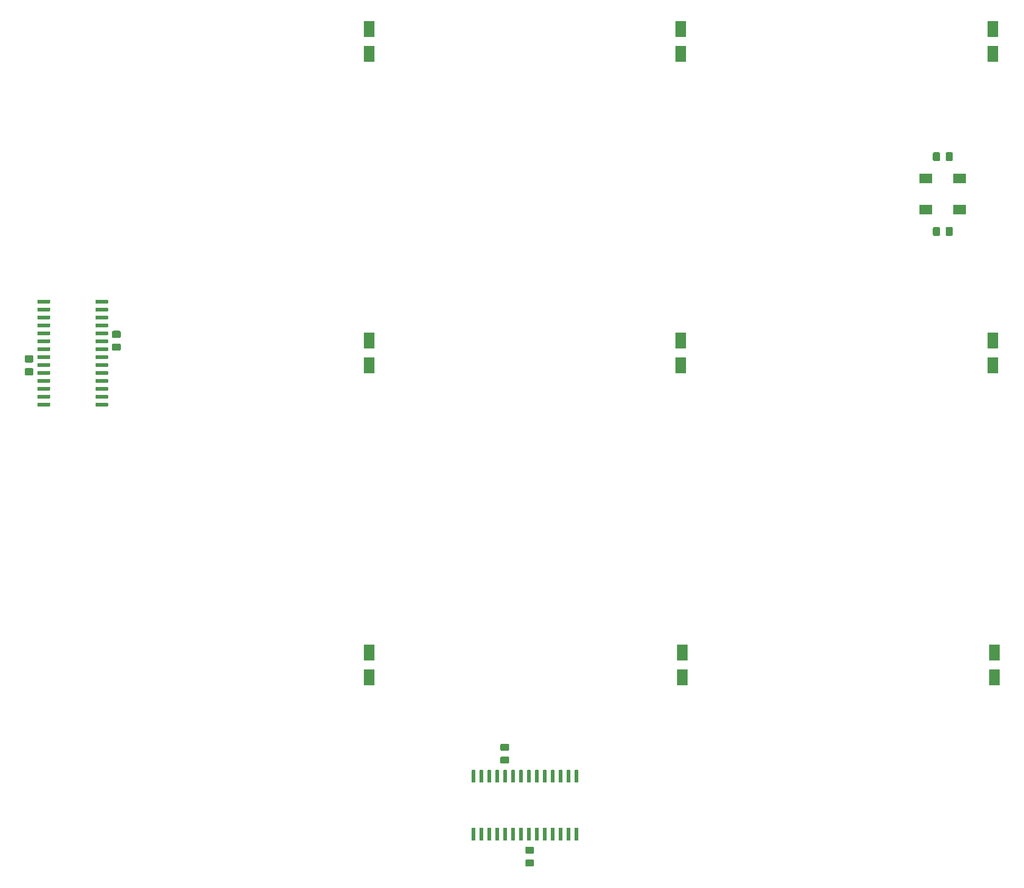
<source format=gbr>
G04 #@! TF.GenerationSoftware,KiCad,Pcbnew,5.1.5*
G04 #@! TF.CreationDate,2020-03-06T12:13:38+01:00*
G04 #@! TF.ProjectId,e-chessboard,652d6368-6573-4736-926f-6172642e6b69,0.1*
G04 #@! TF.SameCoordinates,Original*
G04 #@! TF.FileFunction,Paste,Top*
G04 #@! TF.FilePolarity,Positive*
%FSLAX46Y46*%
G04 Gerber Fmt 4.6, Leading zero omitted, Abs format (unit mm)*
G04 Created by KiCad (PCBNEW 5.1.5) date 2020-03-06 12:13:38*
%MOMM*%
%LPD*%
G04 APERTURE LIST*
%ADD10C,0.100000*%
%ADD11R,1.800000X2.500000*%
%ADD12R,2.000000X1.600000*%
G04 APERTURE END LIST*
D10*
G36*
X203374505Y-102801204D02*
G01*
X203398773Y-102804804D01*
X203422572Y-102810765D01*
X203445671Y-102819030D01*
X203467850Y-102829520D01*
X203488893Y-102842132D01*
X203508599Y-102856747D01*
X203526777Y-102873223D01*
X203543253Y-102891401D01*
X203557868Y-102911107D01*
X203570480Y-102932150D01*
X203580970Y-102954329D01*
X203589235Y-102977428D01*
X203595196Y-103001227D01*
X203598796Y-103025495D01*
X203600000Y-103049999D01*
X203600000Y-103950001D01*
X203598796Y-103974505D01*
X203595196Y-103998773D01*
X203589235Y-104022572D01*
X203580970Y-104045671D01*
X203570480Y-104067850D01*
X203557868Y-104088893D01*
X203543253Y-104108599D01*
X203526777Y-104126777D01*
X203508599Y-104143253D01*
X203488893Y-104157868D01*
X203467850Y-104170480D01*
X203445671Y-104180970D01*
X203422572Y-104189235D01*
X203398773Y-104195196D01*
X203374505Y-104198796D01*
X203350001Y-104200000D01*
X202699999Y-104200000D01*
X202675495Y-104198796D01*
X202651227Y-104195196D01*
X202627428Y-104189235D01*
X202604329Y-104180970D01*
X202582150Y-104170480D01*
X202561107Y-104157868D01*
X202541401Y-104143253D01*
X202523223Y-104126777D01*
X202506747Y-104108599D01*
X202492132Y-104088893D01*
X202479520Y-104067850D01*
X202469030Y-104045671D01*
X202460765Y-104022572D01*
X202454804Y-103998773D01*
X202451204Y-103974505D01*
X202450000Y-103950001D01*
X202450000Y-103049999D01*
X202451204Y-103025495D01*
X202454804Y-103001227D01*
X202460765Y-102977428D01*
X202469030Y-102954329D01*
X202479520Y-102932150D01*
X202492132Y-102911107D01*
X202506747Y-102891401D01*
X202523223Y-102873223D01*
X202541401Y-102856747D01*
X202561107Y-102842132D01*
X202582150Y-102829520D01*
X202604329Y-102819030D01*
X202627428Y-102810765D01*
X202651227Y-102804804D01*
X202675495Y-102801204D01*
X202699999Y-102800000D01*
X203350001Y-102800000D01*
X203374505Y-102801204D01*
G37*
G36*
X201324505Y-102801204D02*
G01*
X201348773Y-102804804D01*
X201372572Y-102810765D01*
X201395671Y-102819030D01*
X201417850Y-102829520D01*
X201438893Y-102842132D01*
X201458599Y-102856747D01*
X201476777Y-102873223D01*
X201493253Y-102891401D01*
X201507868Y-102911107D01*
X201520480Y-102932150D01*
X201530970Y-102954329D01*
X201539235Y-102977428D01*
X201545196Y-103001227D01*
X201548796Y-103025495D01*
X201550000Y-103049999D01*
X201550000Y-103950001D01*
X201548796Y-103974505D01*
X201545196Y-103998773D01*
X201539235Y-104022572D01*
X201530970Y-104045671D01*
X201520480Y-104067850D01*
X201507868Y-104088893D01*
X201493253Y-104108599D01*
X201476777Y-104126777D01*
X201458599Y-104143253D01*
X201438893Y-104157868D01*
X201417850Y-104170480D01*
X201395671Y-104180970D01*
X201372572Y-104189235D01*
X201348773Y-104195196D01*
X201324505Y-104198796D01*
X201300001Y-104200000D01*
X200649999Y-104200000D01*
X200625495Y-104198796D01*
X200601227Y-104195196D01*
X200577428Y-104189235D01*
X200554329Y-104180970D01*
X200532150Y-104170480D01*
X200511107Y-104157868D01*
X200491401Y-104143253D01*
X200473223Y-104126777D01*
X200456747Y-104108599D01*
X200442132Y-104088893D01*
X200429520Y-104067850D01*
X200419030Y-104045671D01*
X200410765Y-104022572D01*
X200404804Y-103998773D01*
X200401204Y-103974505D01*
X200400000Y-103950001D01*
X200400000Y-103049999D01*
X200401204Y-103025495D01*
X200404804Y-103001227D01*
X200410765Y-102977428D01*
X200419030Y-102954329D01*
X200429520Y-102932150D01*
X200442132Y-102911107D01*
X200456747Y-102891401D01*
X200473223Y-102873223D01*
X200491401Y-102856747D01*
X200511107Y-102842132D01*
X200532150Y-102829520D01*
X200554329Y-102819030D01*
X200577428Y-102810765D01*
X200601227Y-102804804D01*
X200625495Y-102801204D01*
X200649999Y-102800000D01*
X201300001Y-102800000D01*
X201324505Y-102801204D01*
G37*
G36*
X201324505Y-114801204D02*
G01*
X201348773Y-114804804D01*
X201372572Y-114810765D01*
X201395671Y-114819030D01*
X201417850Y-114829520D01*
X201438893Y-114842132D01*
X201458599Y-114856747D01*
X201476777Y-114873223D01*
X201493253Y-114891401D01*
X201507868Y-114911107D01*
X201520480Y-114932150D01*
X201530970Y-114954329D01*
X201539235Y-114977428D01*
X201545196Y-115001227D01*
X201548796Y-115025495D01*
X201550000Y-115049999D01*
X201550000Y-115950001D01*
X201548796Y-115974505D01*
X201545196Y-115998773D01*
X201539235Y-116022572D01*
X201530970Y-116045671D01*
X201520480Y-116067850D01*
X201507868Y-116088893D01*
X201493253Y-116108599D01*
X201476777Y-116126777D01*
X201458599Y-116143253D01*
X201438893Y-116157868D01*
X201417850Y-116170480D01*
X201395671Y-116180970D01*
X201372572Y-116189235D01*
X201348773Y-116195196D01*
X201324505Y-116198796D01*
X201300001Y-116200000D01*
X200649999Y-116200000D01*
X200625495Y-116198796D01*
X200601227Y-116195196D01*
X200577428Y-116189235D01*
X200554329Y-116180970D01*
X200532150Y-116170480D01*
X200511107Y-116157868D01*
X200491401Y-116143253D01*
X200473223Y-116126777D01*
X200456747Y-116108599D01*
X200442132Y-116088893D01*
X200429520Y-116067850D01*
X200419030Y-116045671D01*
X200410765Y-116022572D01*
X200404804Y-115998773D01*
X200401204Y-115974505D01*
X200400000Y-115950001D01*
X200400000Y-115049999D01*
X200401204Y-115025495D01*
X200404804Y-115001227D01*
X200410765Y-114977428D01*
X200419030Y-114954329D01*
X200429520Y-114932150D01*
X200442132Y-114911107D01*
X200456747Y-114891401D01*
X200473223Y-114873223D01*
X200491401Y-114856747D01*
X200511107Y-114842132D01*
X200532150Y-114829520D01*
X200554329Y-114819030D01*
X200577428Y-114810765D01*
X200601227Y-114804804D01*
X200625495Y-114801204D01*
X200649999Y-114800000D01*
X201300001Y-114800000D01*
X201324505Y-114801204D01*
G37*
G36*
X203374505Y-114801204D02*
G01*
X203398773Y-114804804D01*
X203422572Y-114810765D01*
X203445671Y-114819030D01*
X203467850Y-114829520D01*
X203488893Y-114842132D01*
X203508599Y-114856747D01*
X203526777Y-114873223D01*
X203543253Y-114891401D01*
X203557868Y-114911107D01*
X203570480Y-114932150D01*
X203580970Y-114954329D01*
X203589235Y-114977428D01*
X203595196Y-115001227D01*
X203598796Y-115025495D01*
X203600000Y-115049999D01*
X203600000Y-115950001D01*
X203598796Y-115974505D01*
X203595196Y-115998773D01*
X203589235Y-116022572D01*
X203580970Y-116045671D01*
X203570480Y-116067850D01*
X203557868Y-116088893D01*
X203543253Y-116108599D01*
X203526777Y-116126777D01*
X203508599Y-116143253D01*
X203488893Y-116157868D01*
X203467850Y-116170480D01*
X203445671Y-116180970D01*
X203422572Y-116189235D01*
X203398773Y-116195196D01*
X203374505Y-116198796D01*
X203350001Y-116200000D01*
X202699999Y-116200000D01*
X202675495Y-116198796D01*
X202651227Y-116195196D01*
X202627428Y-116189235D01*
X202604329Y-116180970D01*
X202582150Y-116170480D01*
X202561107Y-116157868D01*
X202541401Y-116143253D01*
X202523223Y-116126777D01*
X202506747Y-116108599D01*
X202492132Y-116088893D01*
X202479520Y-116067850D01*
X202469030Y-116045671D01*
X202460765Y-116022572D01*
X202454804Y-115998773D01*
X202451204Y-115974505D01*
X202450000Y-115950001D01*
X202450000Y-115049999D01*
X202451204Y-115025495D01*
X202454804Y-115001227D01*
X202460765Y-114977428D01*
X202469030Y-114954329D01*
X202479520Y-114932150D01*
X202492132Y-114911107D01*
X202506747Y-114891401D01*
X202523223Y-114873223D01*
X202541401Y-114856747D01*
X202561107Y-114842132D01*
X202582150Y-114829520D01*
X202604329Y-114819030D01*
X202627428Y-114810765D01*
X202651227Y-114804804D01*
X202675495Y-114801204D01*
X202699999Y-114800000D01*
X203350001Y-114800000D01*
X203374505Y-114801204D01*
G37*
G36*
X136224505Y-216201204D02*
G01*
X136248773Y-216204804D01*
X136272572Y-216210765D01*
X136295671Y-216219030D01*
X136317850Y-216229520D01*
X136338893Y-216242132D01*
X136358599Y-216256747D01*
X136376777Y-216273223D01*
X136393253Y-216291401D01*
X136407868Y-216311107D01*
X136420480Y-216332150D01*
X136430970Y-216354329D01*
X136439235Y-216377428D01*
X136445196Y-216401227D01*
X136448796Y-216425495D01*
X136450000Y-216449999D01*
X136450000Y-217100001D01*
X136448796Y-217124505D01*
X136445196Y-217148773D01*
X136439235Y-217172572D01*
X136430970Y-217195671D01*
X136420480Y-217217850D01*
X136407868Y-217238893D01*
X136393253Y-217258599D01*
X136376777Y-217276777D01*
X136358599Y-217293253D01*
X136338893Y-217307868D01*
X136317850Y-217320480D01*
X136295671Y-217330970D01*
X136272572Y-217339235D01*
X136248773Y-217345196D01*
X136224505Y-217348796D01*
X136200001Y-217350000D01*
X135299999Y-217350000D01*
X135275495Y-217348796D01*
X135251227Y-217345196D01*
X135227428Y-217339235D01*
X135204329Y-217330970D01*
X135182150Y-217320480D01*
X135161107Y-217307868D01*
X135141401Y-217293253D01*
X135123223Y-217276777D01*
X135106747Y-217258599D01*
X135092132Y-217238893D01*
X135079520Y-217217850D01*
X135069030Y-217195671D01*
X135060765Y-217172572D01*
X135054804Y-217148773D01*
X135051204Y-217124505D01*
X135050000Y-217100001D01*
X135050000Y-216449999D01*
X135051204Y-216425495D01*
X135054804Y-216401227D01*
X135060765Y-216377428D01*
X135069030Y-216354329D01*
X135079520Y-216332150D01*
X135092132Y-216311107D01*
X135106747Y-216291401D01*
X135123223Y-216273223D01*
X135141401Y-216256747D01*
X135161107Y-216242132D01*
X135182150Y-216229520D01*
X135204329Y-216219030D01*
X135227428Y-216210765D01*
X135251227Y-216204804D01*
X135275495Y-216201204D01*
X135299999Y-216200000D01*
X136200001Y-216200000D01*
X136224505Y-216201204D01*
G37*
G36*
X136224505Y-214151204D02*
G01*
X136248773Y-214154804D01*
X136272572Y-214160765D01*
X136295671Y-214169030D01*
X136317850Y-214179520D01*
X136338893Y-214192132D01*
X136358599Y-214206747D01*
X136376777Y-214223223D01*
X136393253Y-214241401D01*
X136407868Y-214261107D01*
X136420480Y-214282150D01*
X136430970Y-214304329D01*
X136439235Y-214327428D01*
X136445196Y-214351227D01*
X136448796Y-214375495D01*
X136450000Y-214399999D01*
X136450000Y-215050001D01*
X136448796Y-215074505D01*
X136445196Y-215098773D01*
X136439235Y-215122572D01*
X136430970Y-215145671D01*
X136420480Y-215167850D01*
X136407868Y-215188893D01*
X136393253Y-215208599D01*
X136376777Y-215226777D01*
X136358599Y-215243253D01*
X136338893Y-215257868D01*
X136317850Y-215270480D01*
X136295671Y-215280970D01*
X136272572Y-215289235D01*
X136248773Y-215295196D01*
X136224505Y-215298796D01*
X136200001Y-215300000D01*
X135299999Y-215300000D01*
X135275495Y-215298796D01*
X135251227Y-215295196D01*
X135227428Y-215289235D01*
X135204329Y-215280970D01*
X135182150Y-215270480D01*
X135161107Y-215257868D01*
X135141401Y-215243253D01*
X135123223Y-215226777D01*
X135106747Y-215208599D01*
X135092132Y-215188893D01*
X135079520Y-215167850D01*
X135069030Y-215145671D01*
X135060765Y-215122572D01*
X135054804Y-215098773D01*
X135051204Y-215074505D01*
X135050000Y-215050001D01*
X135050000Y-214399999D01*
X135051204Y-214375495D01*
X135054804Y-214351227D01*
X135060765Y-214327428D01*
X135069030Y-214304329D01*
X135079520Y-214282150D01*
X135092132Y-214261107D01*
X135106747Y-214241401D01*
X135123223Y-214223223D01*
X135141401Y-214206747D01*
X135161107Y-214192132D01*
X135182150Y-214179520D01*
X135204329Y-214169030D01*
X135227428Y-214160765D01*
X135251227Y-214154804D01*
X135275495Y-214151204D01*
X135299999Y-214150000D01*
X136200001Y-214150000D01*
X136224505Y-214151204D01*
G37*
G36*
X132224505Y-199701204D02*
G01*
X132248773Y-199704804D01*
X132272572Y-199710765D01*
X132295671Y-199719030D01*
X132317850Y-199729520D01*
X132338893Y-199742132D01*
X132358599Y-199756747D01*
X132376777Y-199773223D01*
X132393253Y-199791401D01*
X132407868Y-199811107D01*
X132420480Y-199832150D01*
X132430970Y-199854329D01*
X132439235Y-199877428D01*
X132445196Y-199901227D01*
X132448796Y-199925495D01*
X132450000Y-199949999D01*
X132450000Y-200600001D01*
X132448796Y-200624505D01*
X132445196Y-200648773D01*
X132439235Y-200672572D01*
X132430970Y-200695671D01*
X132420480Y-200717850D01*
X132407868Y-200738893D01*
X132393253Y-200758599D01*
X132376777Y-200776777D01*
X132358599Y-200793253D01*
X132338893Y-200807868D01*
X132317850Y-200820480D01*
X132295671Y-200830970D01*
X132272572Y-200839235D01*
X132248773Y-200845196D01*
X132224505Y-200848796D01*
X132200001Y-200850000D01*
X131299999Y-200850000D01*
X131275495Y-200848796D01*
X131251227Y-200845196D01*
X131227428Y-200839235D01*
X131204329Y-200830970D01*
X131182150Y-200820480D01*
X131161107Y-200807868D01*
X131141401Y-200793253D01*
X131123223Y-200776777D01*
X131106747Y-200758599D01*
X131092132Y-200738893D01*
X131079520Y-200717850D01*
X131069030Y-200695671D01*
X131060765Y-200672572D01*
X131054804Y-200648773D01*
X131051204Y-200624505D01*
X131050000Y-200600001D01*
X131050000Y-199949999D01*
X131051204Y-199925495D01*
X131054804Y-199901227D01*
X131060765Y-199877428D01*
X131069030Y-199854329D01*
X131079520Y-199832150D01*
X131092132Y-199811107D01*
X131106747Y-199791401D01*
X131123223Y-199773223D01*
X131141401Y-199756747D01*
X131161107Y-199742132D01*
X131182150Y-199729520D01*
X131204329Y-199719030D01*
X131227428Y-199710765D01*
X131251227Y-199704804D01*
X131275495Y-199701204D01*
X131299999Y-199700000D01*
X132200001Y-199700000D01*
X132224505Y-199701204D01*
G37*
G36*
X132224505Y-197651204D02*
G01*
X132248773Y-197654804D01*
X132272572Y-197660765D01*
X132295671Y-197669030D01*
X132317850Y-197679520D01*
X132338893Y-197692132D01*
X132358599Y-197706747D01*
X132376777Y-197723223D01*
X132393253Y-197741401D01*
X132407868Y-197761107D01*
X132420480Y-197782150D01*
X132430970Y-197804329D01*
X132439235Y-197827428D01*
X132445196Y-197851227D01*
X132448796Y-197875495D01*
X132450000Y-197899999D01*
X132450000Y-198550001D01*
X132448796Y-198574505D01*
X132445196Y-198598773D01*
X132439235Y-198622572D01*
X132430970Y-198645671D01*
X132420480Y-198667850D01*
X132407868Y-198688893D01*
X132393253Y-198708599D01*
X132376777Y-198726777D01*
X132358599Y-198743253D01*
X132338893Y-198757868D01*
X132317850Y-198770480D01*
X132295671Y-198780970D01*
X132272572Y-198789235D01*
X132248773Y-198795196D01*
X132224505Y-198798796D01*
X132200001Y-198800000D01*
X131299999Y-198800000D01*
X131275495Y-198798796D01*
X131251227Y-198795196D01*
X131227428Y-198789235D01*
X131204329Y-198780970D01*
X131182150Y-198770480D01*
X131161107Y-198757868D01*
X131141401Y-198743253D01*
X131123223Y-198726777D01*
X131106747Y-198708599D01*
X131092132Y-198688893D01*
X131079520Y-198667850D01*
X131069030Y-198645671D01*
X131060765Y-198622572D01*
X131054804Y-198598773D01*
X131051204Y-198574505D01*
X131050000Y-198550001D01*
X131050000Y-197899999D01*
X131051204Y-197875495D01*
X131054804Y-197851227D01*
X131060765Y-197827428D01*
X131069030Y-197804329D01*
X131079520Y-197782150D01*
X131092132Y-197761107D01*
X131106747Y-197741401D01*
X131123223Y-197723223D01*
X131141401Y-197706747D01*
X131161107Y-197692132D01*
X131182150Y-197679520D01*
X131204329Y-197669030D01*
X131227428Y-197660765D01*
X131251227Y-197654804D01*
X131275495Y-197651204D01*
X131299999Y-197650000D01*
X132200001Y-197650000D01*
X132224505Y-197651204D01*
G37*
G36*
X55974505Y-137426204D02*
G01*
X55998773Y-137429804D01*
X56022572Y-137435765D01*
X56045671Y-137444030D01*
X56067850Y-137454520D01*
X56088893Y-137467132D01*
X56108599Y-137481747D01*
X56126777Y-137498223D01*
X56143253Y-137516401D01*
X56157868Y-137536107D01*
X56170480Y-137557150D01*
X56180970Y-137579329D01*
X56189235Y-137602428D01*
X56195196Y-137626227D01*
X56198796Y-137650495D01*
X56200000Y-137674999D01*
X56200000Y-138325001D01*
X56198796Y-138349505D01*
X56195196Y-138373773D01*
X56189235Y-138397572D01*
X56180970Y-138420671D01*
X56170480Y-138442850D01*
X56157868Y-138463893D01*
X56143253Y-138483599D01*
X56126777Y-138501777D01*
X56108599Y-138518253D01*
X56088893Y-138532868D01*
X56067850Y-138545480D01*
X56045671Y-138555970D01*
X56022572Y-138564235D01*
X55998773Y-138570196D01*
X55974505Y-138573796D01*
X55950001Y-138575000D01*
X55049999Y-138575000D01*
X55025495Y-138573796D01*
X55001227Y-138570196D01*
X54977428Y-138564235D01*
X54954329Y-138555970D01*
X54932150Y-138545480D01*
X54911107Y-138532868D01*
X54891401Y-138518253D01*
X54873223Y-138501777D01*
X54856747Y-138483599D01*
X54842132Y-138463893D01*
X54829520Y-138442850D01*
X54819030Y-138420671D01*
X54810765Y-138397572D01*
X54804804Y-138373773D01*
X54801204Y-138349505D01*
X54800000Y-138325001D01*
X54800000Y-137674999D01*
X54801204Y-137650495D01*
X54804804Y-137626227D01*
X54810765Y-137602428D01*
X54819030Y-137579329D01*
X54829520Y-137557150D01*
X54842132Y-137536107D01*
X54856747Y-137516401D01*
X54873223Y-137498223D01*
X54891401Y-137481747D01*
X54911107Y-137467132D01*
X54932150Y-137454520D01*
X54954329Y-137444030D01*
X54977428Y-137435765D01*
X55001227Y-137429804D01*
X55025495Y-137426204D01*
X55049999Y-137425000D01*
X55950001Y-137425000D01*
X55974505Y-137426204D01*
G37*
G36*
X55974505Y-135376204D02*
G01*
X55998773Y-135379804D01*
X56022572Y-135385765D01*
X56045671Y-135394030D01*
X56067850Y-135404520D01*
X56088893Y-135417132D01*
X56108599Y-135431747D01*
X56126777Y-135448223D01*
X56143253Y-135466401D01*
X56157868Y-135486107D01*
X56170480Y-135507150D01*
X56180970Y-135529329D01*
X56189235Y-135552428D01*
X56195196Y-135576227D01*
X56198796Y-135600495D01*
X56200000Y-135624999D01*
X56200000Y-136275001D01*
X56198796Y-136299505D01*
X56195196Y-136323773D01*
X56189235Y-136347572D01*
X56180970Y-136370671D01*
X56170480Y-136392850D01*
X56157868Y-136413893D01*
X56143253Y-136433599D01*
X56126777Y-136451777D01*
X56108599Y-136468253D01*
X56088893Y-136482868D01*
X56067850Y-136495480D01*
X56045671Y-136505970D01*
X56022572Y-136514235D01*
X55998773Y-136520196D01*
X55974505Y-136523796D01*
X55950001Y-136525000D01*
X55049999Y-136525000D01*
X55025495Y-136523796D01*
X55001227Y-136520196D01*
X54977428Y-136514235D01*
X54954329Y-136505970D01*
X54932150Y-136495480D01*
X54911107Y-136482868D01*
X54891401Y-136468253D01*
X54873223Y-136451777D01*
X54856747Y-136433599D01*
X54842132Y-136413893D01*
X54829520Y-136392850D01*
X54819030Y-136370671D01*
X54810765Y-136347572D01*
X54804804Y-136323773D01*
X54801204Y-136299505D01*
X54800000Y-136275001D01*
X54800000Y-135624999D01*
X54801204Y-135600495D01*
X54804804Y-135576227D01*
X54810765Y-135552428D01*
X54819030Y-135529329D01*
X54829520Y-135507150D01*
X54842132Y-135486107D01*
X54856747Y-135466401D01*
X54873223Y-135448223D01*
X54891401Y-135431747D01*
X54911107Y-135417132D01*
X54932150Y-135404520D01*
X54954329Y-135394030D01*
X54977428Y-135385765D01*
X55001227Y-135379804D01*
X55025495Y-135376204D01*
X55049999Y-135375000D01*
X55950001Y-135375000D01*
X55974505Y-135376204D01*
G37*
G36*
X69974505Y-131426204D02*
G01*
X69998773Y-131429804D01*
X70022572Y-131435765D01*
X70045671Y-131444030D01*
X70067850Y-131454520D01*
X70088893Y-131467132D01*
X70108599Y-131481747D01*
X70126777Y-131498223D01*
X70143253Y-131516401D01*
X70157868Y-131536107D01*
X70170480Y-131557150D01*
X70180970Y-131579329D01*
X70189235Y-131602428D01*
X70195196Y-131626227D01*
X70198796Y-131650495D01*
X70200000Y-131674999D01*
X70200000Y-132325001D01*
X70198796Y-132349505D01*
X70195196Y-132373773D01*
X70189235Y-132397572D01*
X70180970Y-132420671D01*
X70170480Y-132442850D01*
X70157868Y-132463893D01*
X70143253Y-132483599D01*
X70126777Y-132501777D01*
X70108599Y-132518253D01*
X70088893Y-132532868D01*
X70067850Y-132545480D01*
X70045671Y-132555970D01*
X70022572Y-132564235D01*
X69998773Y-132570196D01*
X69974505Y-132573796D01*
X69950001Y-132575000D01*
X69049999Y-132575000D01*
X69025495Y-132573796D01*
X69001227Y-132570196D01*
X68977428Y-132564235D01*
X68954329Y-132555970D01*
X68932150Y-132545480D01*
X68911107Y-132532868D01*
X68891401Y-132518253D01*
X68873223Y-132501777D01*
X68856747Y-132483599D01*
X68842132Y-132463893D01*
X68829520Y-132442850D01*
X68819030Y-132420671D01*
X68810765Y-132397572D01*
X68804804Y-132373773D01*
X68801204Y-132349505D01*
X68800000Y-132325001D01*
X68800000Y-131674999D01*
X68801204Y-131650495D01*
X68804804Y-131626227D01*
X68810765Y-131602428D01*
X68819030Y-131579329D01*
X68829520Y-131557150D01*
X68842132Y-131536107D01*
X68856747Y-131516401D01*
X68873223Y-131498223D01*
X68891401Y-131481747D01*
X68911107Y-131467132D01*
X68932150Y-131454520D01*
X68954329Y-131444030D01*
X68977428Y-131435765D01*
X69001227Y-131429804D01*
X69025495Y-131426204D01*
X69049999Y-131425000D01*
X69950001Y-131425000D01*
X69974505Y-131426204D01*
G37*
G36*
X69974505Y-133476204D02*
G01*
X69998773Y-133479804D01*
X70022572Y-133485765D01*
X70045671Y-133494030D01*
X70067850Y-133504520D01*
X70088893Y-133517132D01*
X70108599Y-133531747D01*
X70126777Y-133548223D01*
X70143253Y-133566401D01*
X70157868Y-133586107D01*
X70170480Y-133607150D01*
X70180970Y-133629329D01*
X70189235Y-133652428D01*
X70195196Y-133676227D01*
X70198796Y-133700495D01*
X70200000Y-133724999D01*
X70200000Y-134375001D01*
X70198796Y-134399505D01*
X70195196Y-134423773D01*
X70189235Y-134447572D01*
X70180970Y-134470671D01*
X70170480Y-134492850D01*
X70157868Y-134513893D01*
X70143253Y-134533599D01*
X70126777Y-134551777D01*
X70108599Y-134568253D01*
X70088893Y-134582868D01*
X70067850Y-134595480D01*
X70045671Y-134605970D01*
X70022572Y-134614235D01*
X69998773Y-134620196D01*
X69974505Y-134623796D01*
X69950001Y-134625000D01*
X69049999Y-134625000D01*
X69025495Y-134623796D01*
X69001227Y-134620196D01*
X68977428Y-134614235D01*
X68954329Y-134605970D01*
X68932150Y-134595480D01*
X68911107Y-134582868D01*
X68891401Y-134568253D01*
X68873223Y-134551777D01*
X68856747Y-134533599D01*
X68842132Y-134513893D01*
X68829520Y-134492850D01*
X68819030Y-134470671D01*
X68810765Y-134447572D01*
X68804804Y-134423773D01*
X68801204Y-134399505D01*
X68800000Y-134375001D01*
X68800000Y-133724999D01*
X68801204Y-133700495D01*
X68804804Y-133676227D01*
X68810765Y-133652428D01*
X68819030Y-133629329D01*
X68829520Y-133607150D01*
X68842132Y-133586107D01*
X68856747Y-133566401D01*
X68873223Y-133548223D01*
X68891401Y-133531747D01*
X68911107Y-133517132D01*
X68932150Y-133504520D01*
X68954329Y-133494030D01*
X68977428Y-133485765D01*
X69001227Y-133479804D01*
X69025495Y-133476204D01*
X69049999Y-133475000D01*
X69950001Y-133475000D01*
X69974505Y-133476204D01*
G37*
D11*
X110000000Y-83000000D03*
X110000000Y-87000000D03*
X110000000Y-137000000D03*
X110000000Y-133000000D03*
X110000000Y-187000000D03*
X110000000Y-183000000D03*
X160000000Y-87000000D03*
X160000000Y-83000000D03*
X160000000Y-133000000D03*
X160000000Y-137000000D03*
X160250000Y-183000000D03*
X160250000Y-187000000D03*
X210000000Y-83000000D03*
X210000000Y-87000000D03*
X210000000Y-137000000D03*
X210000000Y-133000000D03*
X210250000Y-187000000D03*
X210250000Y-183000000D03*
D12*
X204700000Y-107000000D03*
X199300000Y-107000000D03*
X199300000Y-112000000D03*
X204700000Y-112000000D03*
D10*
G36*
X126909703Y-211125722D02*
G01*
X126924264Y-211127882D01*
X126938543Y-211131459D01*
X126952403Y-211136418D01*
X126965710Y-211142712D01*
X126978336Y-211150280D01*
X126990159Y-211159048D01*
X127001066Y-211168934D01*
X127010952Y-211179841D01*
X127019720Y-211191664D01*
X127027288Y-211204290D01*
X127033582Y-211217597D01*
X127038541Y-211231457D01*
X127042118Y-211245736D01*
X127044278Y-211260297D01*
X127045000Y-211275000D01*
X127045000Y-213025000D01*
X127044278Y-213039703D01*
X127042118Y-213054264D01*
X127038541Y-213068543D01*
X127033582Y-213082403D01*
X127027288Y-213095710D01*
X127019720Y-213108336D01*
X127010952Y-213120159D01*
X127001066Y-213131066D01*
X126990159Y-213140952D01*
X126978336Y-213149720D01*
X126965710Y-213157288D01*
X126952403Y-213163582D01*
X126938543Y-213168541D01*
X126924264Y-213172118D01*
X126909703Y-213174278D01*
X126895000Y-213175000D01*
X126595000Y-213175000D01*
X126580297Y-213174278D01*
X126565736Y-213172118D01*
X126551457Y-213168541D01*
X126537597Y-213163582D01*
X126524290Y-213157288D01*
X126511664Y-213149720D01*
X126499841Y-213140952D01*
X126488934Y-213131066D01*
X126479048Y-213120159D01*
X126470280Y-213108336D01*
X126462712Y-213095710D01*
X126456418Y-213082403D01*
X126451459Y-213068543D01*
X126447882Y-213054264D01*
X126445722Y-213039703D01*
X126445000Y-213025000D01*
X126445000Y-211275000D01*
X126445722Y-211260297D01*
X126447882Y-211245736D01*
X126451459Y-211231457D01*
X126456418Y-211217597D01*
X126462712Y-211204290D01*
X126470280Y-211191664D01*
X126479048Y-211179841D01*
X126488934Y-211168934D01*
X126499841Y-211159048D01*
X126511664Y-211150280D01*
X126524290Y-211142712D01*
X126537597Y-211136418D01*
X126551457Y-211131459D01*
X126565736Y-211127882D01*
X126580297Y-211125722D01*
X126595000Y-211125000D01*
X126895000Y-211125000D01*
X126909703Y-211125722D01*
G37*
G36*
X128179703Y-211125722D02*
G01*
X128194264Y-211127882D01*
X128208543Y-211131459D01*
X128222403Y-211136418D01*
X128235710Y-211142712D01*
X128248336Y-211150280D01*
X128260159Y-211159048D01*
X128271066Y-211168934D01*
X128280952Y-211179841D01*
X128289720Y-211191664D01*
X128297288Y-211204290D01*
X128303582Y-211217597D01*
X128308541Y-211231457D01*
X128312118Y-211245736D01*
X128314278Y-211260297D01*
X128315000Y-211275000D01*
X128315000Y-213025000D01*
X128314278Y-213039703D01*
X128312118Y-213054264D01*
X128308541Y-213068543D01*
X128303582Y-213082403D01*
X128297288Y-213095710D01*
X128289720Y-213108336D01*
X128280952Y-213120159D01*
X128271066Y-213131066D01*
X128260159Y-213140952D01*
X128248336Y-213149720D01*
X128235710Y-213157288D01*
X128222403Y-213163582D01*
X128208543Y-213168541D01*
X128194264Y-213172118D01*
X128179703Y-213174278D01*
X128165000Y-213175000D01*
X127865000Y-213175000D01*
X127850297Y-213174278D01*
X127835736Y-213172118D01*
X127821457Y-213168541D01*
X127807597Y-213163582D01*
X127794290Y-213157288D01*
X127781664Y-213149720D01*
X127769841Y-213140952D01*
X127758934Y-213131066D01*
X127749048Y-213120159D01*
X127740280Y-213108336D01*
X127732712Y-213095710D01*
X127726418Y-213082403D01*
X127721459Y-213068543D01*
X127717882Y-213054264D01*
X127715722Y-213039703D01*
X127715000Y-213025000D01*
X127715000Y-211275000D01*
X127715722Y-211260297D01*
X127717882Y-211245736D01*
X127721459Y-211231457D01*
X127726418Y-211217597D01*
X127732712Y-211204290D01*
X127740280Y-211191664D01*
X127749048Y-211179841D01*
X127758934Y-211168934D01*
X127769841Y-211159048D01*
X127781664Y-211150280D01*
X127794290Y-211142712D01*
X127807597Y-211136418D01*
X127821457Y-211131459D01*
X127835736Y-211127882D01*
X127850297Y-211125722D01*
X127865000Y-211125000D01*
X128165000Y-211125000D01*
X128179703Y-211125722D01*
G37*
G36*
X129449703Y-211125722D02*
G01*
X129464264Y-211127882D01*
X129478543Y-211131459D01*
X129492403Y-211136418D01*
X129505710Y-211142712D01*
X129518336Y-211150280D01*
X129530159Y-211159048D01*
X129541066Y-211168934D01*
X129550952Y-211179841D01*
X129559720Y-211191664D01*
X129567288Y-211204290D01*
X129573582Y-211217597D01*
X129578541Y-211231457D01*
X129582118Y-211245736D01*
X129584278Y-211260297D01*
X129585000Y-211275000D01*
X129585000Y-213025000D01*
X129584278Y-213039703D01*
X129582118Y-213054264D01*
X129578541Y-213068543D01*
X129573582Y-213082403D01*
X129567288Y-213095710D01*
X129559720Y-213108336D01*
X129550952Y-213120159D01*
X129541066Y-213131066D01*
X129530159Y-213140952D01*
X129518336Y-213149720D01*
X129505710Y-213157288D01*
X129492403Y-213163582D01*
X129478543Y-213168541D01*
X129464264Y-213172118D01*
X129449703Y-213174278D01*
X129435000Y-213175000D01*
X129135000Y-213175000D01*
X129120297Y-213174278D01*
X129105736Y-213172118D01*
X129091457Y-213168541D01*
X129077597Y-213163582D01*
X129064290Y-213157288D01*
X129051664Y-213149720D01*
X129039841Y-213140952D01*
X129028934Y-213131066D01*
X129019048Y-213120159D01*
X129010280Y-213108336D01*
X129002712Y-213095710D01*
X128996418Y-213082403D01*
X128991459Y-213068543D01*
X128987882Y-213054264D01*
X128985722Y-213039703D01*
X128985000Y-213025000D01*
X128985000Y-211275000D01*
X128985722Y-211260297D01*
X128987882Y-211245736D01*
X128991459Y-211231457D01*
X128996418Y-211217597D01*
X129002712Y-211204290D01*
X129010280Y-211191664D01*
X129019048Y-211179841D01*
X129028934Y-211168934D01*
X129039841Y-211159048D01*
X129051664Y-211150280D01*
X129064290Y-211142712D01*
X129077597Y-211136418D01*
X129091457Y-211131459D01*
X129105736Y-211127882D01*
X129120297Y-211125722D01*
X129135000Y-211125000D01*
X129435000Y-211125000D01*
X129449703Y-211125722D01*
G37*
G36*
X130719703Y-211125722D02*
G01*
X130734264Y-211127882D01*
X130748543Y-211131459D01*
X130762403Y-211136418D01*
X130775710Y-211142712D01*
X130788336Y-211150280D01*
X130800159Y-211159048D01*
X130811066Y-211168934D01*
X130820952Y-211179841D01*
X130829720Y-211191664D01*
X130837288Y-211204290D01*
X130843582Y-211217597D01*
X130848541Y-211231457D01*
X130852118Y-211245736D01*
X130854278Y-211260297D01*
X130855000Y-211275000D01*
X130855000Y-213025000D01*
X130854278Y-213039703D01*
X130852118Y-213054264D01*
X130848541Y-213068543D01*
X130843582Y-213082403D01*
X130837288Y-213095710D01*
X130829720Y-213108336D01*
X130820952Y-213120159D01*
X130811066Y-213131066D01*
X130800159Y-213140952D01*
X130788336Y-213149720D01*
X130775710Y-213157288D01*
X130762403Y-213163582D01*
X130748543Y-213168541D01*
X130734264Y-213172118D01*
X130719703Y-213174278D01*
X130705000Y-213175000D01*
X130405000Y-213175000D01*
X130390297Y-213174278D01*
X130375736Y-213172118D01*
X130361457Y-213168541D01*
X130347597Y-213163582D01*
X130334290Y-213157288D01*
X130321664Y-213149720D01*
X130309841Y-213140952D01*
X130298934Y-213131066D01*
X130289048Y-213120159D01*
X130280280Y-213108336D01*
X130272712Y-213095710D01*
X130266418Y-213082403D01*
X130261459Y-213068543D01*
X130257882Y-213054264D01*
X130255722Y-213039703D01*
X130255000Y-213025000D01*
X130255000Y-211275000D01*
X130255722Y-211260297D01*
X130257882Y-211245736D01*
X130261459Y-211231457D01*
X130266418Y-211217597D01*
X130272712Y-211204290D01*
X130280280Y-211191664D01*
X130289048Y-211179841D01*
X130298934Y-211168934D01*
X130309841Y-211159048D01*
X130321664Y-211150280D01*
X130334290Y-211142712D01*
X130347597Y-211136418D01*
X130361457Y-211131459D01*
X130375736Y-211127882D01*
X130390297Y-211125722D01*
X130405000Y-211125000D01*
X130705000Y-211125000D01*
X130719703Y-211125722D01*
G37*
G36*
X131989703Y-211125722D02*
G01*
X132004264Y-211127882D01*
X132018543Y-211131459D01*
X132032403Y-211136418D01*
X132045710Y-211142712D01*
X132058336Y-211150280D01*
X132070159Y-211159048D01*
X132081066Y-211168934D01*
X132090952Y-211179841D01*
X132099720Y-211191664D01*
X132107288Y-211204290D01*
X132113582Y-211217597D01*
X132118541Y-211231457D01*
X132122118Y-211245736D01*
X132124278Y-211260297D01*
X132125000Y-211275000D01*
X132125000Y-213025000D01*
X132124278Y-213039703D01*
X132122118Y-213054264D01*
X132118541Y-213068543D01*
X132113582Y-213082403D01*
X132107288Y-213095710D01*
X132099720Y-213108336D01*
X132090952Y-213120159D01*
X132081066Y-213131066D01*
X132070159Y-213140952D01*
X132058336Y-213149720D01*
X132045710Y-213157288D01*
X132032403Y-213163582D01*
X132018543Y-213168541D01*
X132004264Y-213172118D01*
X131989703Y-213174278D01*
X131975000Y-213175000D01*
X131675000Y-213175000D01*
X131660297Y-213174278D01*
X131645736Y-213172118D01*
X131631457Y-213168541D01*
X131617597Y-213163582D01*
X131604290Y-213157288D01*
X131591664Y-213149720D01*
X131579841Y-213140952D01*
X131568934Y-213131066D01*
X131559048Y-213120159D01*
X131550280Y-213108336D01*
X131542712Y-213095710D01*
X131536418Y-213082403D01*
X131531459Y-213068543D01*
X131527882Y-213054264D01*
X131525722Y-213039703D01*
X131525000Y-213025000D01*
X131525000Y-211275000D01*
X131525722Y-211260297D01*
X131527882Y-211245736D01*
X131531459Y-211231457D01*
X131536418Y-211217597D01*
X131542712Y-211204290D01*
X131550280Y-211191664D01*
X131559048Y-211179841D01*
X131568934Y-211168934D01*
X131579841Y-211159048D01*
X131591664Y-211150280D01*
X131604290Y-211142712D01*
X131617597Y-211136418D01*
X131631457Y-211131459D01*
X131645736Y-211127882D01*
X131660297Y-211125722D01*
X131675000Y-211125000D01*
X131975000Y-211125000D01*
X131989703Y-211125722D01*
G37*
G36*
X133259703Y-211125722D02*
G01*
X133274264Y-211127882D01*
X133288543Y-211131459D01*
X133302403Y-211136418D01*
X133315710Y-211142712D01*
X133328336Y-211150280D01*
X133340159Y-211159048D01*
X133351066Y-211168934D01*
X133360952Y-211179841D01*
X133369720Y-211191664D01*
X133377288Y-211204290D01*
X133383582Y-211217597D01*
X133388541Y-211231457D01*
X133392118Y-211245736D01*
X133394278Y-211260297D01*
X133395000Y-211275000D01*
X133395000Y-213025000D01*
X133394278Y-213039703D01*
X133392118Y-213054264D01*
X133388541Y-213068543D01*
X133383582Y-213082403D01*
X133377288Y-213095710D01*
X133369720Y-213108336D01*
X133360952Y-213120159D01*
X133351066Y-213131066D01*
X133340159Y-213140952D01*
X133328336Y-213149720D01*
X133315710Y-213157288D01*
X133302403Y-213163582D01*
X133288543Y-213168541D01*
X133274264Y-213172118D01*
X133259703Y-213174278D01*
X133245000Y-213175000D01*
X132945000Y-213175000D01*
X132930297Y-213174278D01*
X132915736Y-213172118D01*
X132901457Y-213168541D01*
X132887597Y-213163582D01*
X132874290Y-213157288D01*
X132861664Y-213149720D01*
X132849841Y-213140952D01*
X132838934Y-213131066D01*
X132829048Y-213120159D01*
X132820280Y-213108336D01*
X132812712Y-213095710D01*
X132806418Y-213082403D01*
X132801459Y-213068543D01*
X132797882Y-213054264D01*
X132795722Y-213039703D01*
X132795000Y-213025000D01*
X132795000Y-211275000D01*
X132795722Y-211260297D01*
X132797882Y-211245736D01*
X132801459Y-211231457D01*
X132806418Y-211217597D01*
X132812712Y-211204290D01*
X132820280Y-211191664D01*
X132829048Y-211179841D01*
X132838934Y-211168934D01*
X132849841Y-211159048D01*
X132861664Y-211150280D01*
X132874290Y-211142712D01*
X132887597Y-211136418D01*
X132901457Y-211131459D01*
X132915736Y-211127882D01*
X132930297Y-211125722D01*
X132945000Y-211125000D01*
X133245000Y-211125000D01*
X133259703Y-211125722D01*
G37*
G36*
X134529703Y-211125722D02*
G01*
X134544264Y-211127882D01*
X134558543Y-211131459D01*
X134572403Y-211136418D01*
X134585710Y-211142712D01*
X134598336Y-211150280D01*
X134610159Y-211159048D01*
X134621066Y-211168934D01*
X134630952Y-211179841D01*
X134639720Y-211191664D01*
X134647288Y-211204290D01*
X134653582Y-211217597D01*
X134658541Y-211231457D01*
X134662118Y-211245736D01*
X134664278Y-211260297D01*
X134665000Y-211275000D01*
X134665000Y-213025000D01*
X134664278Y-213039703D01*
X134662118Y-213054264D01*
X134658541Y-213068543D01*
X134653582Y-213082403D01*
X134647288Y-213095710D01*
X134639720Y-213108336D01*
X134630952Y-213120159D01*
X134621066Y-213131066D01*
X134610159Y-213140952D01*
X134598336Y-213149720D01*
X134585710Y-213157288D01*
X134572403Y-213163582D01*
X134558543Y-213168541D01*
X134544264Y-213172118D01*
X134529703Y-213174278D01*
X134515000Y-213175000D01*
X134215000Y-213175000D01*
X134200297Y-213174278D01*
X134185736Y-213172118D01*
X134171457Y-213168541D01*
X134157597Y-213163582D01*
X134144290Y-213157288D01*
X134131664Y-213149720D01*
X134119841Y-213140952D01*
X134108934Y-213131066D01*
X134099048Y-213120159D01*
X134090280Y-213108336D01*
X134082712Y-213095710D01*
X134076418Y-213082403D01*
X134071459Y-213068543D01*
X134067882Y-213054264D01*
X134065722Y-213039703D01*
X134065000Y-213025000D01*
X134065000Y-211275000D01*
X134065722Y-211260297D01*
X134067882Y-211245736D01*
X134071459Y-211231457D01*
X134076418Y-211217597D01*
X134082712Y-211204290D01*
X134090280Y-211191664D01*
X134099048Y-211179841D01*
X134108934Y-211168934D01*
X134119841Y-211159048D01*
X134131664Y-211150280D01*
X134144290Y-211142712D01*
X134157597Y-211136418D01*
X134171457Y-211131459D01*
X134185736Y-211127882D01*
X134200297Y-211125722D01*
X134215000Y-211125000D01*
X134515000Y-211125000D01*
X134529703Y-211125722D01*
G37*
G36*
X135799703Y-211125722D02*
G01*
X135814264Y-211127882D01*
X135828543Y-211131459D01*
X135842403Y-211136418D01*
X135855710Y-211142712D01*
X135868336Y-211150280D01*
X135880159Y-211159048D01*
X135891066Y-211168934D01*
X135900952Y-211179841D01*
X135909720Y-211191664D01*
X135917288Y-211204290D01*
X135923582Y-211217597D01*
X135928541Y-211231457D01*
X135932118Y-211245736D01*
X135934278Y-211260297D01*
X135935000Y-211275000D01*
X135935000Y-213025000D01*
X135934278Y-213039703D01*
X135932118Y-213054264D01*
X135928541Y-213068543D01*
X135923582Y-213082403D01*
X135917288Y-213095710D01*
X135909720Y-213108336D01*
X135900952Y-213120159D01*
X135891066Y-213131066D01*
X135880159Y-213140952D01*
X135868336Y-213149720D01*
X135855710Y-213157288D01*
X135842403Y-213163582D01*
X135828543Y-213168541D01*
X135814264Y-213172118D01*
X135799703Y-213174278D01*
X135785000Y-213175000D01*
X135485000Y-213175000D01*
X135470297Y-213174278D01*
X135455736Y-213172118D01*
X135441457Y-213168541D01*
X135427597Y-213163582D01*
X135414290Y-213157288D01*
X135401664Y-213149720D01*
X135389841Y-213140952D01*
X135378934Y-213131066D01*
X135369048Y-213120159D01*
X135360280Y-213108336D01*
X135352712Y-213095710D01*
X135346418Y-213082403D01*
X135341459Y-213068543D01*
X135337882Y-213054264D01*
X135335722Y-213039703D01*
X135335000Y-213025000D01*
X135335000Y-211275000D01*
X135335722Y-211260297D01*
X135337882Y-211245736D01*
X135341459Y-211231457D01*
X135346418Y-211217597D01*
X135352712Y-211204290D01*
X135360280Y-211191664D01*
X135369048Y-211179841D01*
X135378934Y-211168934D01*
X135389841Y-211159048D01*
X135401664Y-211150280D01*
X135414290Y-211142712D01*
X135427597Y-211136418D01*
X135441457Y-211131459D01*
X135455736Y-211127882D01*
X135470297Y-211125722D01*
X135485000Y-211125000D01*
X135785000Y-211125000D01*
X135799703Y-211125722D01*
G37*
G36*
X137069703Y-211125722D02*
G01*
X137084264Y-211127882D01*
X137098543Y-211131459D01*
X137112403Y-211136418D01*
X137125710Y-211142712D01*
X137138336Y-211150280D01*
X137150159Y-211159048D01*
X137161066Y-211168934D01*
X137170952Y-211179841D01*
X137179720Y-211191664D01*
X137187288Y-211204290D01*
X137193582Y-211217597D01*
X137198541Y-211231457D01*
X137202118Y-211245736D01*
X137204278Y-211260297D01*
X137205000Y-211275000D01*
X137205000Y-213025000D01*
X137204278Y-213039703D01*
X137202118Y-213054264D01*
X137198541Y-213068543D01*
X137193582Y-213082403D01*
X137187288Y-213095710D01*
X137179720Y-213108336D01*
X137170952Y-213120159D01*
X137161066Y-213131066D01*
X137150159Y-213140952D01*
X137138336Y-213149720D01*
X137125710Y-213157288D01*
X137112403Y-213163582D01*
X137098543Y-213168541D01*
X137084264Y-213172118D01*
X137069703Y-213174278D01*
X137055000Y-213175000D01*
X136755000Y-213175000D01*
X136740297Y-213174278D01*
X136725736Y-213172118D01*
X136711457Y-213168541D01*
X136697597Y-213163582D01*
X136684290Y-213157288D01*
X136671664Y-213149720D01*
X136659841Y-213140952D01*
X136648934Y-213131066D01*
X136639048Y-213120159D01*
X136630280Y-213108336D01*
X136622712Y-213095710D01*
X136616418Y-213082403D01*
X136611459Y-213068543D01*
X136607882Y-213054264D01*
X136605722Y-213039703D01*
X136605000Y-213025000D01*
X136605000Y-211275000D01*
X136605722Y-211260297D01*
X136607882Y-211245736D01*
X136611459Y-211231457D01*
X136616418Y-211217597D01*
X136622712Y-211204290D01*
X136630280Y-211191664D01*
X136639048Y-211179841D01*
X136648934Y-211168934D01*
X136659841Y-211159048D01*
X136671664Y-211150280D01*
X136684290Y-211142712D01*
X136697597Y-211136418D01*
X136711457Y-211131459D01*
X136725736Y-211127882D01*
X136740297Y-211125722D01*
X136755000Y-211125000D01*
X137055000Y-211125000D01*
X137069703Y-211125722D01*
G37*
G36*
X138339703Y-211125722D02*
G01*
X138354264Y-211127882D01*
X138368543Y-211131459D01*
X138382403Y-211136418D01*
X138395710Y-211142712D01*
X138408336Y-211150280D01*
X138420159Y-211159048D01*
X138431066Y-211168934D01*
X138440952Y-211179841D01*
X138449720Y-211191664D01*
X138457288Y-211204290D01*
X138463582Y-211217597D01*
X138468541Y-211231457D01*
X138472118Y-211245736D01*
X138474278Y-211260297D01*
X138475000Y-211275000D01*
X138475000Y-213025000D01*
X138474278Y-213039703D01*
X138472118Y-213054264D01*
X138468541Y-213068543D01*
X138463582Y-213082403D01*
X138457288Y-213095710D01*
X138449720Y-213108336D01*
X138440952Y-213120159D01*
X138431066Y-213131066D01*
X138420159Y-213140952D01*
X138408336Y-213149720D01*
X138395710Y-213157288D01*
X138382403Y-213163582D01*
X138368543Y-213168541D01*
X138354264Y-213172118D01*
X138339703Y-213174278D01*
X138325000Y-213175000D01*
X138025000Y-213175000D01*
X138010297Y-213174278D01*
X137995736Y-213172118D01*
X137981457Y-213168541D01*
X137967597Y-213163582D01*
X137954290Y-213157288D01*
X137941664Y-213149720D01*
X137929841Y-213140952D01*
X137918934Y-213131066D01*
X137909048Y-213120159D01*
X137900280Y-213108336D01*
X137892712Y-213095710D01*
X137886418Y-213082403D01*
X137881459Y-213068543D01*
X137877882Y-213054264D01*
X137875722Y-213039703D01*
X137875000Y-213025000D01*
X137875000Y-211275000D01*
X137875722Y-211260297D01*
X137877882Y-211245736D01*
X137881459Y-211231457D01*
X137886418Y-211217597D01*
X137892712Y-211204290D01*
X137900280Y-211191664D01*
X137909048Y-211179841D01*
X137918934Y-211168934D01*
X137929841Y-211159048D01*
X137941664Y-211150280D01*
X137954290Y-211142712D01*
X137967597Y-211136418D01*
X137981457Y-211131459D01*
X137995736Y-211127882D01*
X138010297Y-211125722D01*
X138025000Y-211125000D01*
X138325000Y-211125000D01*
X138339703Y-211125722D01*
G37*
G36*
X139609703Y-211125722D02*
G01*
X139624264Y-211127882D01*
X139638543Y-211131459D01*
X139652403Y-211136418D01*
X139665710Y-211142712D01*
X139678336Y-211150280D01*
X139690159Y-211159048D01*
X139701066Y-211168934D01*
X139710952Y-211179841D01*
X139719720Y-211191664D01*
X139727288Y-211204290D01*
X139733582Y-211217597D01*
X139738541Y-211231457D01*
X139742118Y-211245736D01*
X139744278Y-211260297D01*
X139745000Y-211275000D01*
X139745000Y-213025000D01*
X139744278Y-213039703D01*
X139742118Y-213054264D01*
X139738541Y-213068543D01*
X139733582Y-213082403D01*
X139727288Y-213095710D01*
X139719720Y-213108336D01*
X139710952Y-213120159D01*
X139701066Y-213131066D01*
X139690159Y-213140952D01*
X139678336Y-213149720D01*
X139665710Y-213157288D01*
X139652403Y-213163582D01*
X139638543Y-213168541D01*
X139624264Y-213172118D01*
X139609703Y-213174278D01*
X139595000Y-213175000D01*
X139295000Y-213175000D01*
X139280297Y-213174278D01*
X139265736Y-213172118D01*
X139251457Y-213168541D01*
X139237597Y-213163582D01*
X139224290Y-213157288D01*
X139211664Y-213149720D01*
X139199841Y-213140952D01*
X139188934Y-213131066D01*
X139179048Y-213120159D01*
X139170280Y-213108336D01*
X139162712Y-213095710D01*
X139156418Y-213082403D01*
X139151459Y-213068543D01*
X139147882Y-213054264D01*
X139145722Y-213039703D01*
X139145000Y-213025000D01*
X139145000Y-211275000D01*
X139145722Y-211260297D01*
X139147882Y-211245736D01*
X139151459Y-211231457D01*
X139156418Y-211217597D01*
X139162712Y-211204290D01*
X139170280Y-211191664D01*
X139179048Y-211179841D01*
X139188934Y-211168934D01*
X139199841Y-211159048D01*
X139211664Y-211150280D01*
X139224290Y-211142712D01*
X139237597Y-211136418D01*
X139251457Y-211131459D01*
X139265736Y-211127882D01*
X139280297Y-211125722D01*
X139295000Y-211125000D01*
X139595000Y-211125000D01*
X139609703Y-211125722D01*
G37*
G36*
X140879703Y-211125722D02*
G01*
X140894264Y-211127882D01*
X140908543Y-211131459D01*
X140922403Y-211136418D01*
X140935710Y-211142712D01*
X140948336Y-211150280D01*
X140960159Y-211159048D01*
X140971066Y-211168934D01*
X140980952Y-211179841D01*
X140989720Y-211191664D01*
X140997288Y-211204290D01*
X141003582Y-211217597D01*
X141008541Y-211231457D01*
X141012118Y-211245736D01*
X141014278Y-211260297D01*
X141015000Y-211275000D01*
X141015000Y-213025000D01*
X141014278Y-213039703D01*
X141012118Y-213054264D01*
X141008541Y-213068543D01*
X141003582Y-213082403D01*
X140997288Y-213095710D01*
X140989720Y-213108336D01*
X140980952Y-213120159D01*
X140971066Y-213131066D01*
X140960159Y-213140952D01*
X140948336Y-213149720D01*
X140935710Y-213157288D01*
X140922403Y-213163582D01*
X140908543Y-213168541D01*
X140894264Y-213172118D01*
X140879703Y-213174278D01*
X140865000Y-213175000D01*
X140565000Y-213175000D01*
X140550297Y-213174278D01*
X140535736Y-213172118D01*
X140521457Y-213168541D01*
X140507597Y-213163582D01*
X140494290Y-213157288D01*
X140481664Y-213149720D01*
X140469841Y-213140952D01*
X140458934Y-213131066D01*
X140449048Y-213120159D01*
X140440280Y-213108336D01*
X140432712Y-213095710D01*
X140426418Y-213082403D01*
X140421459Y-213068543D01*
X140417882Y-213054264D01*
X140415722Y-213039703D01*
X140415000Y-213025000D01*
X140415000Y-211275000D01*
X140415722Y-211260297D01*
X140417882Y-211245736D01*
X140421459Y-211231457D01*
X140426418Y-211217597D01*
X140432712Y-211204290D01*
X140440280Y-211191664D01*
X140449048Y-211179841D01*
X140458934Y-211168934D01*
X140469841Y-211159048D01*
X140481664Y-211150280D01*
X140494290Y-211142712D01*
X140507597Y-211136418D01*
X140521457Y-211131459D01*
X140535736Y-211127882D01*
X140550297Y-211125722D01*
X140565000Y-211125000D01*
X140865000Y-211125000D01*
X140879703Y-211125722D01*
G37*
G36*
X142149703Y-211125722D02*
G01*
X142164264Y-211127882D01*
X142178543Y-211131459D01*
X142192403Y-211136418D01*
X142205710Y-211142712D01*
X142218336Y-211150280D01*
X142230159Y-211159048D01*
X142241066Y-211168934D01*
X142250952Y-211179841D01*
X142259720Y-211191664D01*
X142267288Y-211204290D01*
X142273582Y-211217597D01*
X142278541Y-211231457D01*
X142282118Y-211245736D01*
X142284278Y-211260297D01*
X142285000Y-211275000D01*
X142285000Y-213025000D01*
X142284278Y-213039703D01*
X142282118Y-213054264D01*
X142278541Y-213068543D01*
X142273582Y-213082403D01*
X142267288Y-213095710D01*
X142259720Y-213108336D01*
X142250952Y-213120159D01*
X142241066Y-213131066D01*
X142230159Y-213140952D01*
X142218336Y-213149720D01*
X142205710Y-213157288D01*
X142192403Y-213163582D01*
X142178543Y-213168541D01*
X142164264Y-213172118D01*
X142149703Y-213174278D01*
X142135000Y-213175000D01*
X141835000Y-213175000D01*
X141820297Y-213174278D01*
X141805736Y-213172118D01*
X141791457Y-213168541D01*
X141777597Y-213163582D01*
X141764290Y-213157288D01*
X141751664Y-213149720D01*
X141739841Y-213140952D01*
X141728934Y-213131066D01*
X141719048Y-213120159D01*
X141710280Y-213108336D01*
X141702712Y-213095710D01*
X141696418Y-213082403D01*
X141691459Y-213068543D01*
X141687882Y-213054264D01*
X141685722Y-213039703D01*
X141685000Y-213025000D01*
X141685000Y-211275000D01*
X141685722Y-211260297D01*
X141687882Y-211245736D01*
X141691459Y-211231457D01*
X141696418Y-211217597D01*
X141702712Y-211204290D01*
X141710280Y-211191664D01*
X141719048Y-211179841D01*
X141728934Y-211168934D01*
X141739841Y-211159048D01*
X141751664Y-211150280D01*
X141764290Y-211142712D01*
X141777597Y-211136418D01*
X141791457Y-211131459D01*
X141805736Y-211127882D01*
X141820297Y-211125722D01*
X141835000Y-211125000D01*
X142135000Y-211125000D01*
X142149703Y-211125722D01*
G37*
G36*
X143419703Y-211125722D02*
G01*
X143434264Y-211127882D01*
X143448543Y-211131459D01*
X143462403Y-211136418D01*
X143475710Y-211142712D01*
X143488336Y-211150280D01*
X143500159Y-211159048D01*
X143511066Y-211168934D01*
X143520952Y-211179841D01*
X143529720Y-211191664D01*
X143537288Y-211204290D01*
X143543582Y-211217597D01*
X143548541Y-211231457D01*
X143552118Y-211245736D01*
X143554278Y-211260297D01*
X143555000Y-211275000D01*
X143555000Y-213025000D01*
X143554278Y-213039703D01*
X143552118Y-213054264D01*
X143548541Y-213068543D01*
X143543582Y-213082403D01*
X143537288Y-213095710D01*
X143529720Y-213108336D01*
X143520952Y-213120159D01*
X143511066Y-213131066D01*
X143500159Y-213140952D01*
X143488336Y-213149720D01*
X143475710Y-213157288D01*
X143462403Y-213163582D01*
X143448543Y-213168541D01*
X143434264Y-213172118D01*
X143419703Y-213174278D01*
X143405000Y-213175000D01*
X143105000Y-213175000D01*
X143090297Y-213174278D01*
X143075736Y-213172118D01*
X143061457Y-213168541D01*
X143047597Y-213163582D01*
X143034290Y-213157288D01*
X143021664Y-213149720D01*
X143009841Y-213140952D01*
X142998934Y-213131066D01*
X142989048Y-213120159D01*
X142980280Y-213108336D01*
X142972712Y-213095710D01*
X142966418Y-213082403D01*
X142961459Y-213068543D01*
X142957882Y-213054264D01*
X142955722Y-213039703D01*
X142955000Y-213025000D01*
X142955000Y-211275000D01*
X142955722Y-211260297D01*
X142957882Y-211245736D01*
X142961459Y-211231457D01*
X142966418Y-211217597D01*
X142972712Y-211204290D01*
X142980280Y-211191664D01*
X142989048Y-211179841D01*
X142998934Y-211168934D01*
X143009841Y-211159048D01*
X143021664Y-211150280D01*
X143034290Y-211142712D01*
X143047597Y-211136418D01*
X143061457Y-211131459D01*
X143075736Y-211127882D01*
X143090297Y-211125722D01*
X143105000Y-211125000D01*
X143405000Y-211125000D01*
X143419703Y-211125722D01*
G37*
G36*
X143419703Y-201825722D02*
G01*
X143434264Y-201827882D01*
X143448543Y-201831459D01*
X143462403Y-201836418D01*
X143475710Y-201842712D01*
X143488336Y-201850280D01*
X143500159Y-201859048D01*
X143511066Y-201868934D01*
X143520952Y-201879841D01*
X143529720Y-201891664D01*
X143537288Y-201904290D01*
X143543582Y-201917597D01*
X143548541Y-201931457D01*
X143552118Y-201945736D01*
X143554278Y-201960297D01*
X143555000Y-201975000D01*
X143555000Y-203725000D01*
X143554278Y-203739703D01*
X143552118Y-203754264D01*
X143548541Y-203768543D01*
X143543582Y-203782403D01*
X143537288Y-203795710D01*
X143529720Y-203808336D01*
X143520952Y-203820159D01*
X143511066Y-203831066D01*
X143500159Y-203840952D01*
X143488336Y-203849720D01*
X143475710Y-203857288D01*
X143462403Y-203863582D01*
X143448543Y-203868541D01*
X143434264Y-203872118D01*
X143419703Y-203874278D01*
X143405000Y-203875000D01*
X143105000Y-203875000D01*
X143090297Y-203874278D01*
X143075736Y-203872118D01*
X143061457Y-203868541D01*
X143047597Y-203863582D01*
X143034290Y-203857288D01*
X143021664Y-203849720D01*
X143009841Y-203840952D01*
X142998934Y-203831066D01*
X142989048Y-203820159D01*
X142980280Y-203808336D01*
X142972712Y-203795710D01*
X142966418Y-203782403D01*
X142961459Y-203768543D01*
X142957882Y-203754264D01*
X142955722Y-203739703D01*
X142955000Y-203725000D01*
X142955000Y-201975000D01*
X142955722Y-201960297D01*
X142957882Y-201945736D01*
X142961459Y-201931457D01*
X142966418Y-201917597D01*
X142972712Y-201904290D01*
X142980280Y-201891664D01*
X142989048Y-201879841D01*
X142998934Y-201868934D01*
X143009841Y-201859048D01*
X143021664Y-201850280D01*
X143034290Y-201842712D01*
X143047597Y-201836418D01*
X143061457Y-201831459D01*
X143075736Y-201827882D01*
X143090297Y-201825722D01*
X143105000Y-201825000D01*
X143405000Y-201825000D01*
X143419703Y-201825722D01*
G37*
G36*
X142149703Y-201825722D02*
G01*
X142164264Y-201827882D01*
X142178543Y-201831459D01*
X142192403Y-201836418D01*
X142205710Y-201842712D01*
X142218336Y-201850280D01*
X142230159Y-201859048D01*
X142241066Y-201868934D01*
X142250952Y-201879841D01*
X142259720Y-201891664D01*
X142267288Y-201904290D01*
X142273582Y-201917597D01*
X142278541Y-201931457D01*
X142282118Y-201945736D01*
X142284278Y-201960297D01*
X142285000Y-201975000D01*
X142285000Y-203725000D01*
X142284278Y-203739703D01*
X142282118Y-203754264D01*
X142278541Y-203768543D01*
X142273582Y-203782403D01*
X142267288Y-203795710D01*
X142259720Y-203808336D01*
X142250952Y-203820159D01*
X142241066Y-203831066D01*
X142230159Y-203840952D01*
X142218336Y-203849720D01*
X142205710Y-203857288D01*
X142192403Y-203863582D01*
X142178543Y-203868541D01*
X142164264Y-203872118D01*
X142149703Y-203874278D01*
X142135000Y-203875000D01*
X141835000Y-203875000D01*
X141820297Y-203874278D01*
X141805736Y-203872118D01*
X141791457Y-203868541D01*
X141777597Y-203863582D01*
X141764290Y-203857288D01*
X141751664Y-203849720D01*
X141739841Y-203840952D01*
X141728934Y-203831066D01*
X141719048Y-203820159D01*
X141710280Y-203808336D01*
X141702712Y-203795710D01*
X141696418Y-203782403D01*
X141691459Y-203768543D01*
X141687882Y-203754264D01*
X141685722Y-203739703D01*
X141685000Y-203725000D01*
X141685000Y-201975000D01*
X141685722Y-201960297D01*
X141687882Y-201945736D01*
X141691459Y-201931457D01*
X141696418Y-201917597D01*
X141702712Y-201904290D01*
X141710280Y-201891664D01*
X141719048Y-201879841D01*
X141728934Y-201868934D01*
X141739841Y-201859048D01*
X141751664Y-201850280D01*
X141764290Y-201842712D01*
X141777597Y-201836418D01*
X141791457Y-201831459D01*
X141805736Y-201827882D01*
X141820297Y-201825722D01*
X141835000Y-201825000D01*
X142135000Y-201825000D01*
X142149703Y-201825722D01*
G37*
G36*
X140879703Y-201825722D02*
G01*
X140894264Y-201827882D01*
X140908543Y-201831459D01*
X140922403Y-201836418D01*
X140935710Y-201842712D01*
X140948336Y-201850280D01*
X140960159Y-201859048D01*
X140971066Y-201868934D01*
X140980952Y-201879841D01*
X140989720Y-201891664D01*
X140997288Y-201904290D01*
X141003582Y-201917597D01*
X141008541Y-201931457D01*
X141012118Y-201945736D01*
X141014278Y-201960297D01*
X141015000Y-201975000D01*
X141015000Y-203725000D01*
X141014278Y-203739703D01*
X141012118Y-203754264D01*
X141008541Y-203768543D01*
X141003582Y-203782403D01*
X140997288Y-203795710D01*
X140989720Y-203808336D01*
X140980952Y-203820159D01*
X140971066Y-203831066D01*
X140960159Y-203840952D01*
X140948336Y-203849720D01*
X140935710Y-203857288D01*
X140922403Y-203863582D01*
X140908543Y-203868541D01*
X140894264Y-203872118D01*
X140879703Y-203874278D01*
X140865000Y-203875000D01*
X140565000Y-203875000D01*
X140550297Y-203874278D01*
X140535736Y-203872118D01*
X140521457Y-203868541D01*
X140507597Y-203863582D01*
X140494290Y-203857288D01*
X140481664Y-203849720D01*
X140469841Y-203840952D01*
X140458934Y-203831066D01*
X140449048Y-203820159D01*
X140440280Y-203808336D01*
X140432712Y-203795710D01*
X140426418Y-203782403D01*
X140421459Y-203768543D01*
X140417882Y-203754264D01*
X140415722Y-203739703D01*
X140415000Y-203725000D01*
X140415000Y-201975000D01*
X140415722Y-201960297D01*
X140417882Y-201945736D01*
X140421459Y-201931457D01*
X140426418Y-201917597D01*
X140432712Y-201904290D01*
X140440280Y-201891664D01*
X140449048Y-201879841D01*
X140458934Y-201868934D01*
X140469841Y-201859048D01*
X140481664Y-201850280D01*
X140494290Y-201842712D01*
X140507597Y-201836418D01*
X140521457Y-201831459D01*
X140535736Y-201827882D01*
X140550297Y-201825722D01*
X140565000Y-201825000D01*
X140865000Y-201825000D01*
X140879703Y-201825722D01*
G37*
G36*
X139609703Y-201825722D02*
G01*
X139624264Y-201827882D01*
X139638543Y-201831459D01*
X139652403Y-201836418D01*
X139665710Y-201842712D01*
X139678336Y-201850280D01*
X139690159Y-201859048D01*
X139701066Y-201868934D01*
X139710952Y-201879841D01*
X139719720Y-201891664D01*
X139727288Y-201904290D01*
X139733582Y-201917597D01*
X139738541Y-201931457D01*
X139742118Y-201945736D01*
X139744278Y-201960297D01*
X139745000Y-201975000D01*
X139745000Y-203725000D01*
X139744278Y-203739703D01*
X139742118Y-203754264D01*
X139738541Y-203768543D01*
X139733582Y-203782403D01*
X139727288Y-203795710D01*
X139719720Y-203808336D01*
X139710952Y-203820159D01*
X139701066Y-203831066D01*
X139690159Y-203840952D01*
X139678336Y-203849720D01*
X139665710Y-203857288D01*
X139652403Y-203863582D01*
X139638543Y-203868541D01*
X139624264Y-203872118D01*
X139609703Y-203874278D01*
X139595000Y-203875000D01*
X139295000Y-203875000D01*
X139280297Y-203874278D01*
X139265736Y-203872118D01*
X139251457Y-203868541D01*
X139237597Y-203863582D01*
X139224290Y-203857288D01*
X139211664Y-203849720D01*
X139199841Y-203840952D01*
X139188934Y-203831066D01*
X139179048Y-203820159D01*
X139170280Y-203808336D01*
X139162712Y-203795710D01*
X139156418Y-203782403D01*
X139151459Y-203768543D01*
X139147882Y-203754264D01*
X139145722Y-203739703D01*
X139145000Y-203725000D01*
X139145000Y-201975000D01*
X139145722Y-201960297D01*
X139147882Y-201945736D01*
X139151459Y-201931457D01*
X139156418Y-201917597D01*
X139162712Y-201904290D01*
X139170280Y-201891664D01*
X139179048Y-201879841D01*
X139188934Y-201868934D01*
X139199841Y-201859048D01*
X139211664Y-201850280D01*
X139224290Y-201842712D01*
X139237597Y-201836418D01*
X139251457Y-201831459D01*
X139265736Y-201827882D01*
X139280297Y-201825722D01*
X139295000Y-201825000D01*
X139595000Y-201825000D01*
X139609703Y-201825722D01*
G37*
G36*
X138339703Y-201825722D02*
G01*
X138354264Y-201827882D01*
X138368543Y-201831459D01*
X138382403Y-201836418D01*
X138395710Y-201842712D01*
X138408336Y-201850280D01*
X138420159Y-201859048D01*
X138431066Y-201868934D01*
X138440952Y-201879841D01*
X138449720Y-201891664D01*
X138457288Y-201904290D01*
X138463582Y-201917597D01*
X138468541Y-201931457D01*
X138472118Y-201945736D01*
X138474278Y-201960297D01*
X138475000Y-201975000D01*
X138475000Y-203725000D01*
X138474278Y-203739703D01*
X138472118Y-203754264D01*
X138468541Y-203768543D01*
X138463582Y-203782403D01*
X138457288Y-203795710D01*
X138449720Y-203808336D01*
X138440952Y-203820159D01*
X138431066Y-203831066D01*
X138420159Y-203840952D01*
X138408336Y-203849720D01*
X138395710Y-203857288D01*
X138382403Y-203863582D01*
X138368543Y-203868541D01*
X138354264Y-203872118D01*
X138339703Y-203874278D01*
X138325000Y-203875000D01*
X138025000Y-203875000D01*
X138010297Y-203874278D01*
X137995736Y-203872118D01*
X137981457Y-203868541D01*
X137967597Y-203863582D01*
X137954290Y-203857288D01*
X137941664Y-203849720D01*
X137929841Y-203840952D01*
X137918934Y-203831066D01*
X137909048Y-203820159D01*
X137900280Y-203808336D01*
X137892712Y-203795710D01*
X137886418Y-203782403D01*
X137881459Y-203768543D01*
X137877882Y-203754264D01*
X137875722Y-203739703D01*
X137875000Y-203725000D01*
X137875000Y-201975000D01*
X137875722Y-201960297D01*
X137877882Y-201945736D01*
X137881459Y-201931457D01*
X137886418Y-201917597D01*
X137892712Y-201904290D01*
X137900280Y-201891664D01*
X137909048Y-201879841D01*
X137918934Y-201868934D01*
X137929841Y-201859048D01*
X137941664Y-201850280D01*
X137954290Y-201842712D01*
X137967597Y-201836418D01*
X137981457Y-201831459D01*
X137995736Y-201827882D01*
X138010297Y-201825722D01*
X138025000Y-201825000D01*
X138325000Y-201825000D01*
X138339703Y-201825722D01*
G37*
G36*
X137069703Y-201825722D02*
G01*
X137084264Y-201827882D01*
X137098543Y-201831459D01*
X137112403Y-201836418D01*
X137125710Y-201842712D01*
X137138336Y-201850280D01*
X137150159Y-201859048D01*
X137161066Y-201868934D01*
X137170952Y-201879841D01*
X137179720Y-201891664D01*
X137187288Y-201904290D01*
X137193582Y-201917597D01*
X137198541Y-201931457D01*
X137202118Y-201945736D01*
X137204278Y-201960297D01*
X137205000Y-201975000D01*
X137205000Y-203725000D01*
X137204278Y-203739703D01*
X137202118Y-203754264D01*
X137198541Y-203768543D01*
X137193582Y-203782403D01*
X137187288Y-203795710D01*
X137179720Y-203808336D01*
X137170952Y-203820159D01*
X137161066Y-203831066D01*
X137150159Y-203840952D01*
X137138336Y-203849720D01*
X137125710Y-203857288D01*
X137112403Y-203863582D01*
X137098543Y-203868541D01*
X137084264Y-203872118D01*
X137069703Y-203874278D01*
X137055000Y-203875000D01*
X136755000Y-203875000D01*
X136740297Y-203874278D01*
X136725736Y-203872118D01*
X136711457Y-203868541D01*
X136697597Y-203863582D01*
X136684290Y-203857288D01*
X136671664Y-203849720D01*
X136659841Y-203840952D01*
X136648934Y-203831066D01*
X136639048Y-203820159D01*
X136630280Y-203808336D01*
X136622712Y-203795710D01*
X136616418Y-203782403D01*
X136611459Y-203768543D01*
X136607882Y-203754264D01*
X136605722Y-203739703D01*
X136605000Y-203725000D01*
X136605000Y-201975000D01*
X136605722Y-201960297D01*
X136607882Y-201945736D01*
X136611459Y-201931457D01*
X136616418Y-201917597D01*
X136622712Y-201904290D01*
X136630280Y-201891664D01*
X136639048Y-201879841D01*
X136648934Y-201868934D01*
X136659841Y-201859048D01*
X136671664Y-201850280D01*
X136684290Y-201842712D01*
X136697597Y-201836418D01*
X136711457Y-201831459D01*
X136725736Y-201827882D01*
X136740297Y-201825722D01*
X136755000Y-201825000D01*
X137055000Y-201825000D01*
X137069703Y-201825722D01*
G37*
G36*
X135799703Y-201825722D02*
G01*
X135814264Y-201827882D01*
X135828543Y-201831459D01*
X135842403Y-201836418D01*
X135855710Y-201842712D01*
X135868336Y-201850280D01*
X135880159Y-201859048D01*
X135891066Y-201868934D01*
X135900952Y-201879841D01*
X135909720Y-201891664D01*
X135917288Y-201904290D01*
X135923582Y-201917597D01*
X135928541Y-201931457D01*
X135932118Y-201945736D01*
X135934278Y-201960297D01*
X135935000Y-201975000D01*
X135935000Y-203725000D01*
X135934278Y-203739703D01*
X135932118Y-203754264D01*
X135928541Y-203768543D01*
X135923582Y-203782403D01*
X135917288Y-203795710D01*
X135909720Y-203808336D01*
X135900952Y-203820159D01*
X135891066Y-203831066D01*
X135880159Y-203840952D01*
X135868336Y-203849720D01*
X135855710Y-203857288D01*
X135842403Y-203863582D01*
X135828543Y-203868541D01*
X135814264Y-203872118D01*
X135799703Y-203874278D01*
X135785000Y-203875000D01*
X135485000Y-203875000D01*
X135470297Y-203874278D01*
X135455736Y-203872118D01*
X135441457Y-203868541D01*
X135427597Y-203863582D01*
X135414290Y-203857288D01*
X135401664Y-203849720D01*
X135389841Y-203840952D01*
X135378934Y-203831066D01*
X135369048Y-203820159D01*
X135360280Y-203808336D01*
X135352712Y-203795710D01*
X135346418Y-203782403D01*
X135341459Y-203768543D01*
X135337882Y-203754264D01*
X135335722Y-203739703D01*
X135335000Y-203725000D01*
X135335000Y-201975000D01*
X135335722Y-201960297D01*
X135337882Y-201945736D01*
X135341459Y-201931457D01*
X135346418Y-201917597D01*
X135352712Y-201904290D01*
X135360280Y-201891664D01*
X135369048Y-201879841D01*
X135378934Y-201868934D01*
X135389841Y-201859048D01*
X135401664Y-201850280D01*
X135414290Y-201842712D01*
X135427597Y-201836418D01*
X135441457Y-201831459D01*
X135455736Y-201827882D01*
X135470297Y-201825722D01*
X135485000Y-201825000D01*
X135785000Y-201825000D01*
X135799703Y-201825722D01*
G37*
G36*
X134529703Y-201825722D02*
G01*
X134544264Y-201827882D01*
X134558543Y-201831459D01*
X134572403Y-201836418D01*
X134585710Y-201842712D01*
X134598336Y-201850280D01*
X134610159Y-201859048D01*
X134621066Y-201868934D01*
X134630952Y-201879841D01*
X134639720Y-201891664D01*
X134647288Y-201904290D01*
X134653582Y-201917597D01*
X134658541Y-201931457D01*
X134662118Y-201945736D01*
X134664278Y-201960297D01*
X134665000Y-201975000D01*
X134665000Y-203725000D01*
X134664278Y-203739703D01*
X134662118Y-203754264D01*
X134658541Y-203768543D01*
X134653582Y-203782403D01*
X134647288Y-203795710D01*
X134639720Y-203808336D01*
X134630952Y-203820159D01*
X134621066Y-203831066D01*
X134610159Y-203840952D01*
X134598336Y-203849720D01*
X134585710Y-203857288D01*
X134572403Y-203863582D01*
X134558543Y-203868541D01*
X134544264Y-203872118D01*
X134529703Y-203874278D01*
X134515000Y-203875000D01*
X134215000Y-203875000D01*
X134200297Y-203874278D01*
X134185736Y-203872118D01*
X134171457Y-203868541D01*
X134157597Y-203863582D01*
X134144290Y-203857288D01*
X134131664Y-203849720D01*
X134119841Y-203840952D01*
X134108934Y-203831066D01*
X134099048Y-203820159D01*
X134090280Y-203808336D01*
X134082712Y-203795710D01*
X134076418Y-203782403D01*
X134071459Y-203768543D01*
X134067882Y-203754264D01*
X134065722Y-203739703D01*
X134065000Y-203725000D01*
X134065000Y-201975000D01*
X134065722Y-201960297D01*
X134067882Y-201945736D01*
X134071459Y-201931457D01*
X134076418Y-201917597D01*
X134082712Y-201904290D01*
X134090280Y-201891664D01*
X134099048Y-201879841D01*
X134108934Y-201868934D01*
X134119841Y-201859048D01*
X134131664Y-201850280D01*
X134144290Y-201842712D01*
X134157597Y-201836418D01*
X134171457Y-201831459D01*
X134185736Y-201827882D01*
X134200297Y-201825722D01*
X134215000Y-201825000D01*
X134515000Y-201825000D01*
X134529703Y-201825722D01*
G37*
G36*
X133259703Y-201825722D02*
G01*
X133274264Y-201827882D01*
X133288543Y-201831459D01*
X133302403Y-201836418D01*
X133315710Y-201842712D01*
X133328336Y-201850280D01*
X133340159Y-201859048D01*
X133351066Y-201868934D01*
X133360952Y-201879841D01*
X133369720Y-201891664D01*
X133377288Y-201904290D01*
X133383582Y-201917597D01*
X133388541Y-201931457D01*
X133392118Y-201945736D01*
X133394278Y-201960297D01*
X133395000Y-201975000D01*
X133395000Y-203725000D01*
X133394278Y-203739703D01*
X133392118Y-203754264D01*
X133388541Y-203768543D01*
X133383582Y-203782403D01*
X133377288Y-203795710D01*
X133369720Y-203808336D01*
X133360952Y-203820159D01*
X133351066Y-203831066D01*
X133340159Y-203840952D01*
X133328336Y-203849720D01*
X133315710Y-203857288D01*
X133302403Y-203863582D01*
X133288543Y-203868541D01*
X133274264Y-203872118D01*
X133259703Y-203874278D01*
X133245000Y-203875000D01*
X132945000Y-203875000D01*
X132930297Y-203874278D01*
X132915736Y-203872118D01*
X132901457Y-203868541D01*
X132887597Y-203863582D01*
X132874290Y-203857288D01*
X132861664Y-203849720D01*
X132849841Y-203840952D01*
X132838934Y-203831066D01*
X132829048Y-203820159D01*
X132820280Y-203808336D01*
X132812712Y-203795710D01*
X132806418Y-203782403D01*
X132801459Y-203768543D01*
X132797882Y-203754264D01*
X132795722Y-203739703D01*
X132795000Y-203725000D01*
X132795000Y-201975000D01*
X132795722Y-201960297D01*
X132797882Y-201945736D01*
X132801459Y-201931457D01*
X132806418Y-201917597D01*
X132812712Y-201904290D01*
X132820280Y-201891664D01*
X132829048Y-201879841D01*
X132838934Y-201868934D01*
X132849841Y-201859048D01*
X132861664Y-201850280D01*
X132874290Y-201842712D01*
X132887597Y-201836418D01*
X132901457Y-201831459D01*
X132915736Y-201827882D01*
X132930297Y-201825722D01*
X132945000Y-201825000D01*
X133245000Y-201825000D01*
X133259703Y-201825722D01*
G37*
G36*
X131989703Y-201825722D02*
G01*
X132004264Y-201827882D01*
X132018543Y-201831459D01*
X132032403Y-201836418D01*
X132045710Y-201842712D01*
X132058336Y-201850280D01*
X132070159Y-201859048D01*
X132081066Y-201868934D01*
X132090952Y-201879841D01*
X132099720Y-201891664D01*
X132107288Y-201904290D01*
X132113582Y-201917597D01*
X132118541Y-201931457D01*
X132122118Y-201945736D01*
X132124278Y-201960297D01*
X132125000Y-201975000D01*
X132125000Y-203725000D01*
X132124278Y-203739703D01*
X132122118Y-203754264D01*
X132118541Y-203768543D01*
X132113582Y-203782403D01*
X132107288Y-203795710D01*
X132099720Y-203808336D01*
X132090952Y-203820159D01*
X132081066Y-203831066D01*
X132070159Y-203840952D01*
X132058336Y-203849720D01*
X132045710Y-203857288D01*
X132032403Y-203863582D01*
X132018543Y-203868541D01*
X132004264Y-203872118D01*
X131989703Y-203874278D01*
X131975000Y-203875000D01*
X131675000Y-203875000D01*
X131660297Y-203874278D01*
X131645736Y-203872118D01*
X131631457Y-203868541D01*
X131617597Y-203863582D01*
X131604290Y-203857288D01*
X131591664Y-203849720D01*
X131579841Y-203840952D01*
X131568934Y-203831066D01*
X131559048Y-203820159D01*
X131550280Y-203808336D01*
X131542712Y-203795710D01*
X131536418Y-203782403D01*
X131531459Y-203768543D01*
X131527882Y-203754264D01*
X131525722Y-203739703D01*
X131525000Y-203725000D01*
X131525000Y-201975000D01*
X131525722Y-201960297D01*
X131527882Y-201945736D01*
X131531459Y-201931457D01*
X131536418Y-201917597D01*
X131542712Y-201904290D01*
X131550280Y-201891664D01*
X131559048Y-201879841D01*
X131568934Y-201868934D01*
X131579841Y-201859048D01*
X131591664Y-201850280D01*
X131604290Y-201842712D01*
X131617597Y-201836418D01*
X131631457Y-201831459D01*
X131645736Y-201827882D01*
X131660297Y-201825722D01*
X131675000Y-201825000D01*
X131975000Y-201825000D01*
X131989703Y-201825722D01*
G37*
G36*
X130719703Y-201825722D02*
G01*
X130734264Y-201827882D01*
X130748543Y-201831459D01*
X130762403Y-201836418D01*
X130775710Y-201842712D01*
X130788336Y-201850280D01*
X130800159Y-201859048D01*
X130811066Y-201868934D01*
X130820952Y-201879841D01*
X130829720Y-201891664D01*
X130837288Y-201904290D01*
X130843582Y-201917597D01*
X130848541Y-201931457D01*
X130852118Y-201945736D01*
X130854278Y-201960297D01*
X130855000Y-201975000D01*
X130855000Y-203725000D01*
X130854278Y-203739703D01*
X130852118Y-203754264D01*
X130848541Y-203768543D01*
X130843582Y-203782403D01*
X130837288Y-203795710D01*
X130829720Y-203808336D01*
X130820952Y-203820159D01*
X130811066Y-203831066D01*
X130800159Y-203840952D01*
X130788336Y-203849720D01*
X130775710Y-203857288D01*
X130762403Y-203863582D01*
X130748543Y-203868541D01*
X130734264Y-203872118D01*
X130719703Y-203874278D01*
X130705000Y-203875000D01*
X130405000Y-203875000D01*
X130390297Y-203874278D01*
X130375736Y-203872118D01*
X130361457Y-203868541D01*
X130347597Y-203863582D01*
X130334290Y-203857288D01*
X130321664Y-203849720D01*
X130309841Y-203840952D01*
X130298934Y-203831066D01*
X130289048Y-203820159D01*
X130280280Y-203808336D01*
X130272712Y-203795710D01*
X130266418Y-203782403D01*
X130261459Y-203768543D01*
X130257882Y-203754264D01*
X130255722Y-203739703D01*
X130255000Y-203725000D01*
X130255000Y-201975000D01*
X130255722Y-201960297D01*
X130257882Y-201945736D01*
X130261459Y-201931457D01*
X130266418Y-201917597D01*
X130272712Y-201904290D01*
X130280280Y-201891664D01*
X130289048Y-201879841D01*
X130298934Y-201868934D01*
X130309841Y-201859048D01*
X130321664Y-201850280D01*
X130334290Y-201842712D01*
X130347597Y-201836418D01*
X130361457Y-201831459D01*
X130375736Y-201827882D01*
X130390297Y-201825722D01*
X130405000Y-201825000D01*
X130705000Y-201825000D01*
X130719703Y-201825722D01*
G37*
G36*
X129449703Y-201825722D02*
G01*
X129464264Y-201827882D01*
X129478543Y-201831459D01*
X129492403Y-201836418D01*
X129505710Y-201842712D01*
X129518336Y-201850280D01*
X129530159Y-201859048D01*
X129541066Y-201868934D01*
X129550952Y-201879841D01*
X129559720Y-201891664D01*
X129567288Y-201904290D01*
X129573582Y-201917597D01*
X129578541Y-201931457D01*
X129582118Y-201945736D01*
X129584278Y-201960297D01*
X129585000Y-201975000D01*
X129585000Y-203725000D01*
X129584278Y-203739703D01*
X129582118Y-203754264D01*
X129578541Y-203768543D01*
X129573582Y-203782403D01*
X129567288Y-203795710D01*
X129559720Y-203808336D01*
X129550952Y-203820159D01*
X129541066Y-203831066D01*
X129530159Y-203840952D01*
X129518336Y-203849720D01*
X129505710Y-203857288D01*
X129492403Y-203863582D01*
X129478543Y-203868541D01*
X129464264Y-203872118D01*
X129449703Y-203874278D01*
X129435000Y-203875000D01*
X129135000Y-203875000D01*
X129120297Y-203874278D01*
X129105736Y-203872118D01*
X129091457Y-203868541D01*
X129077597Y-203863582D01*
X129064290Y-203857288D01*
X129051664Y-203849720D01*
X129039841Y-203840952D01*
X129028934Y-203831066D01*
X129019048Y-203820159D01*
X129010280Y-203808336D01*
X129002712Y-203795710D01*
X128996418Y-203782403D01*
X128991459Y-203768543D01*
X128987882Y-203754264D01*
X128985722Y-203739703D01*
X128985000Y-203725000D01*
X128985000Y-201975000D01*
X128985722Y-201960297D01*
X128987882Y-201945736D01*
X128991459Y-201931457D01*
X128996418Y-201917597D01*
X129002712Y-201904290D01*
X129010280Y-201891664D01*
X129019048Y-201879841D01*
X129028934Y-201868934D01*
X129039841Y-201859048D01*
X129051664Y-201850280D01*
X129064290Y-201842712D01*
X129077597Y-201836418D01*
X129091457Y-201831459D01*
X129105736Y-201827882D01*
X129120297Y-201825722D01*
X129135000Y-201825000D01*
X129435000Y-201825000D01*
X129449703Y-201825722D01*
G37*
G36*
X128179703Y-201825722D02*
G01*
X128194264Y-201827882D01*
X128208543Y-201831459D01*
X128222403Y-201836418D01*
X128235710Y-201842712D01*
X128248336Y-201850280D01*
X128260159Y-201859048D01*
X128271066Y-201868934D01*
X128280952Y-201879841D01*
X128289720Y-201891664D01*
X128297288Y-201904290D01*
X128303582Y-201917597D01*
X128308541Y-201931457D01*
X128312118Y-201945736D01*
X128314278Y-201960297D01*
X128315000Y-201975000D01*
X128315000Y-203725000D01*
X128314278Y-203739703D01*
X128312118Y-203754264D01*
X128308541Y-203768543D01*
X128303582Y-203782403D01*
X128297288Y-203795710D01*
X128289720Y-203808336D01*
X128280952Y-203820159D01*
X128271066Y-203831066D01*
X128260159Y-203840952D01*
X128248336Y-203849720D01*
X128235710Y-203857288D01*
X128222403Y-203863582D01*
X128208543Y-203868541D01*
X128194264Y-203872118D01*
X128179703Y-203874278D01*
X128165000Y-203875000D01*
X127865000Y-203875000D01*
X127850297Y-203874278D01*
X127835736Y-203872118D01*
X127821457Y-203868541D01*
X127807597Y-203863582D01*
X127794290Y-203857288D01*
X127781664Y-203849720D01*
X127769841Y-203840952D01*
X127758934Y-203831066D01*
X127749048Y-203820159D01*
X127740280Y-203808336D01*
X127732712Y-203795710D01*
X127726418Y-203782403D01*
X127721459Y-203768543D01*
X127717882Y-203754264D01*
X127715722Y-203739703D01*
X127715000Y-203725000D01*
X127715000Y-201975000D01*
X127715722Y-201960297D01*
X127717882Y-201945736D01*
X127721459Y-201931457D01*
X127726418Y-201917597D01*
X127732712Y-201904290D01*
X127740280Y-201891664D01*
X127749048Y-201879841D01*
X127758934Y-201868934D01*
X127769841Y-201859048D01*
X127781664Y-201850280D01*
X127794290Y-201842712D01*
X127807597Y-201836418D01*
X127821457Y-201831459D01*
X127835736Y-201827882D01*
X127850297Y-201825722D01*
X127865000Y-201825000D01*
X128165000Y-201825000D01*
X128179703Y-201825722D01*
G37*
G36*
X126909703Y-201825722D02*
G01*
X126924264Y-201827882D01*
X126938543Y-201831459D01*
X126952403Y-201836418D01*
X126965710Y-201842712D01*
X126978336Y-201850280D01*
X126990159Y-201859048D01*
X127001066Y-201868934D01*
X127010952Y-201879841D01*
X127019720Y-201891664D01*
X127027288Y-201904290D01*
X127033582Y-201917597D01*
X127038541Y-201931457D01*
X127042118Y-201945736D01*
X127044278Y-201960297D01*
X127045000Y-201975000D01*
X127045000Y-203725000D01*
X127044278Y-203739703D01*
X127042118Y-203754264D01*
X127038541Y-203768543D01*
X127033582Y-203782403D01*
X127027288Y-203795710D01*
X127019720Y-203808336D01*
X127010952Y-203820159D01*
X127001066Y-203831066D01*
X126990159Y-203840952D01*
X126978336Y-203849720D01*
X126965710Y-203857288D01*
X126952403Y-203863582D01*
X126938543Y-203868541D01*
X126924264Y-203872118D01*
X126909703Y-203874278D01*
X126895000Y-203875000D01*
X126595000Y-203875000D01*
X126580297Y-203874278D01*
X126565736Y-203872118D01*
X126551457Y-203868541D01*
X126537597Y-203863582D01*
X126524290Y-203857288D01*
X126511664Y-203849720D01*
X126499841Y-203840952D01*
X126488934Y-203831066D01*
X126479048Y-203820159D01*
X126470280Y-203808336D01*
X126462712Y-203795710D01*
X126456418Y-203782403D01*
X126451459Y-203768543D01*
X126447882Y-203754264D01*
X126445722Y-203739703D01*
X126445000Y-203725000D01*
X126445000Y-201975000D01*
X126445722Y-201960297D01*
X126447882Y-201945736D01*
X126451459Y-201931457D01*
X126456418Y-201917597D01*
X126462712Y-201904290D01*
X126470280Y-201891664D01*
X126479048Y-201879841D01*
X126488934Y-201868934D01*
X126499841Y-201859048D01*
X126511664Y-201850280D01*
X126524290Y-201842712D01*
X126537597Y-201836418D01*
X126551457Y-201831459D01*
X126565736Y-201827882D01*
X126580297Y-201825722D01*
X126595000Y-201825000D01*
X126895000Y-201825000D01*
X126909703Y-201825722D01*
G37*
G36*
X68039703Y-126445722D02*
G01*
X68054264Y-126447882D01*
X68068543Y-126451459D01*
X68082403Y-126456418D01*
X68095710Y-126462712D01*
X68108336Y-126470280D01*
X68120159Y-126479048D01*
X68131066Y-126488934D01*
X68140952Y-126499841D01*
X68149720Y-126511664D01*
X68157288Y-126524290D01*
X68163582Y-126537597D01*
X68168541Y-126551457D01*
X68172118Y-126565736D01*
X68174278Y-126580297D01*
X68175000Y-126595000D01*
X68175000Y-126895000D01*
X68174278Y-126909703D01*
X68172118Y-126924264D01*
X68168541Y-126938543D01*
X68163582Y-126952403D01*
X68157288Y-126965710D01*
X68149720Y-126978336D01*
X68140952Y-126990159D01*
X68131066Y-127001066D01*
X68120159Y-127010952D01*
X68108336Y-127019720D01*
X68095710Y-127027288D01*
X68082403Y-127033582D01*
X68068543Y-127038541D01*
X68054264Y-127042118D01*
X68039703Y-127044278D01*
X68025000Y-127045000D01*
X66275000Y-127045000D01*
X66260297Y-127044278D01*
X66245736Y-127042118D01*
X66231457Y-127038541D01*
X66217597Y-127033582D01*
X66204290Y-127027288D01*
X66191664Y-127019720D01*
X66179841Y-127010952D01*
X66168934Y-127001066D01*
X66159048Y-126990159D01*
X66150280Y-126978336D01*
X66142712Y-126965710D01*
X66136418Y-126952403D01*
X66131459Y-126938543D01*
X66127882Y-126924264D01*
X66125722Y-126909703D01*
X66125000Y-126895000D01*
X66125000Y-126595000D01*
X66125722Y-126580297D01*
X66127882Y-126565736D01*
X66131459Y-126551457D01*
X66136418Y-126537597D01*
X66142712Y-126524290D01*
X66150280Y-126511664D01*
X66159048Y-126499841D01*
X66168934Y-126488934D01*
X66179841Y-126479048D01*
X66191664Y-126470280D01*
X66204290Y-126462712D01*
X66217597Y-126456418D01*
X66231457Y-126451459D01*
X66245736Y-126447882D01*
X66260297Y-126445722D01*
X66275000Y-126445000D01*
X68025000Y-126445000D01*
X68039703Y-126445722D01*
G37*
G36*
X68039703Y-127715722D02*
G01*
X68054264Y-127717882D01*
X68068543Y-127721459D01*
X68082403Y-127726418D01*
X68095710Y-127732712D01*
X68108336Y-127740280D01*
X68120159Y-127749048D01*
X68131066Y-127758934D01*
X68140952Y-127769841D01*
X68149720Y-127781664D01*
X68157288Y-127794290D01*
X68163582Y-127807597D01*
X68168541Y-127821457D01*
X68172118Y-127835736D01*
X68174278Y-127850297D01*
X68175000Y-127865000D01*
X68175000Y-128165000D01*
X68174278Y-128179703D01*
X68172118Y-128194264D01*
X68168541Y-128208543D01*
X68163582Y-128222403D01*
X68157288Y-128235710D01*
X68149720Y-128248336D01*
X68140952Y-128260159D01*
X68131066Y-128271066D01*
X68120159Y-128280952D01*
X68108336Y-128289720D01*
X68095710Y-128297288D01*
X68082403Y-128303582D01*
X68068543Y-128308541D01*
X68054264Y-128312118D01*
X68039703Y-128314278D01*
X68025000Y-128315000D01*
X66275000Y-128315000D01*
X66260297Y-128314278D01*
X66245736Y-128312118D01*
X66231457Y-128308541D01*
X66217597Y-128303582D01*
X66204290Y-128297288D01*
X66191664Y-128289720D01*
X66179841Y-128280952D01*
X66168934Y-128271066D01*
X66159048Y-128260159D01*
X66150280Y-128248336D01*
X66142712Y-128235710D01*
X66136418Y-128222403D01*
X66131459Y-128208543D01*
X66127882Y-128194264D01*
X66125722Y-128179703D01*
X66125000Y-128165000D01*
X66125000Y-127865000D01*
X66125722Y-127850297D01*
X66127882Y-127835736D01*
X66131459Y-127821457D01*
X66136418Y-127807597D01*
X66142712Y-127794290D01*
X66150280Y-127781664D01*
X66159048Y-127769841D01*
X66168934Y-127758934D01*
X66179841Y-127749048D01*
X66191664Y-127740280D01*
X66204290Y-127732712D01*
X66217597Y-127726418D01*
X66231457Y-127721459D01*
X66245736Y-127717882D01*
X66260297Y-127715722D01*
X66275000Y-127715000D01*
X68025000Y-127715000D01*
X68039703Y-127715722D01*
G37*
G36*
X68039703Y-128985722D02*
G01*
X68054264Y-128987882D01*
X68068543Y-128991459D01*
X68082403Y-128996418D01*
X68095710Y-129002712D01*
X68108336Y-129010280D01*
X68120159Y-129019048D01*
X68131066Y-129028934D01*
X68140952Y-129039841D01*
X68149720Y-129051664D01*
X68157288Y-129064290D01*
X68163582Y-129077597D01*
X68168541Y-129091457D01*
X68172118Y-129105736D01*
X68174278Y-129120297D01*
X68175000Y-129135000D01*
X68175000Y-129435000D01*
X68174278Y-129449703D01*
X68172118Y-129464264D01*
X68168541Y-129478543D01*
X68163582Y-129492403D01*
X68157288Y-129505710D01*
X68149720Y-129518336D01*
X68140952Y-129530159D01*
X68131066Y-129541066D01*
X68120159Y-129550952D01*
X68108336Y-129559720D01*
X68095710Y-129567288D01*
X68082403Y-129573582D01*
X68068543Y-129578541D01*
X68054264Y-129582118D01*
X68039703Y-129584278D01*
X68025000Y-129585000D01*
X66275000Y-129585000D01*
X66260297Y-129584278D01*
X66245736Y-129582118D01*
X66231457Y-129578541D01*
X66217597Y-129573582D01*
X66204290Y-129567288D01*
X66191664Y-129559720D01*
X66179841Y-129550952D01*
X66168934Y-129541066D01*
X66159048Y-129530159D01*
X66150280Y-129518336D01*
X66142712Y-129505710D01*
X66136418Y-129492403D01*
X66131459Y-129478543D01*
X66127882Y-129464264D01*
X66125722Y-129449703D01*
X66125000Y-129435000D01*
X66125000Y-129135000D01*
X66125722Y-129120297D01*
X66127882Y-129105736D01*
X66131459Y-129091457D01*
X66136418Y-129077597D01*
X66142712Y-129064290D01*
X66150280Y-129051664D01*
X66159048Y-129039841D01*
X66168934Y-129028934D01*
X66179841Y-129019048D01*
X66191664Y-129010280D01*
X66204290Y-129002712D01*
X66217597Y-128996418D01*
X66231457Y-128991459D01*
X66245736Y-128987882D01*
X66260297Y-128985722D01*
X66275000Y-128985000D01*
X68025000Y-128985000D01*
X68039703Y-128985722D01*
G37*
G36*
X68039703Y-130255722D02*
G01*
X68054264Y-130257882D01*
X68068543Y-130261459D01*
X68082403Y-130266418D01*
X68095710Y-130272712D01*
X68108336Y-130280280D01*
X68120159Y-130289048D01*
X68131066Y-130298934D01*
X68140952Y-130309841D01*
X68149720Y-130321664D01*
X68157288Y-130334290D01*
X68163582Y-130347597D01*
X68168541Y-130361457D01*
X68172118Y-130375736D01*
X68174278Y-130390297D01*
X68175000Y-130405000D01*
X68175000Y-130705000D01*
X68174278Y-130719703D01*
X68172118Y-130734264D01*
X68168541Y-130748543D01*
X68163582Y-130762403D01*
X68157288Y-130775710D01*
X68149720Y-130788336D01*
X68140952Y-130800159D01*
X68131066Y-130811066D01*
X68120159Y-130820952D01*
X68108336Y-130829720D01*
X68095710Y-130837288D01*
X68082403Y-130843582D01*
X68068543Y-130848541D01*
X68054264Y-130852118D01*
X68039703Y-130854278D01*
X68025000Y-130855000D01*
X66275000Y-130855000D01*
X66260297Y-130854278D01*
X66245736Y-130852118D01*
X66231457Y-130848541D01*
X66217597Y-130843582D01*
X66204290Y-130837288D01*
X66191664Y-130829720D01*
X66179841Y-130820952D01*
X66168934Y-130811066D01*
X66159048Y-130800159D01*
X66150280Y-130788336D01*
X66142712Y-130775710D01*
X66136418Y-130762403D01*
X66131459Y-130748543D01*
X66127882Y-130734264D01*
X66125722Y-130719703D01*
X66125000Y-130705000D01*
X66125000Y-130405000D01*
X66125722Y-130390297D01*
X66127882Y-130375736D01*
X66131459Y-130361457D01*
X66136418Y-130347597D01*
X66142712Y-130334290D01*
X66150280Y-130321664D01*
X66159048Y-130309841D01*
X66168934Y-130298934D01*
X66179841Y-130289048D01*
X66191664Y-130280280D01*
X66204290Y-130272712D01*
X66217597Y-130266418D01*
X66231457Y-130261459D01*
X66245736Y-130257882D01*
X66260297Y-130255722D01*
X66275000Y-130255000D01*
X68025000Y-130255000D01*
X68039703Y-130255722D01*
G37*
G36*
X68039703Y-131525722D02*
G01*
X68054264Y-131527882D01*
X68068543Y-131531459D01*
X68082403Y-131536418D01*
X68095710Y-131542712D01*
X68108336Y-131550280D01*
X68120159Y-131559048D01*
X68131066Y-131568934D01*
X68140952Y-131579841D01*
X68149720Y-131591664D01*
X68157288Y-131604290D01*
X68163582Y-131617597D01*
X68168541Y-131631457D01*
X68172118Y-131645736D01*
X68174278Y-131660297D01*
X68175000Y-131675000D01*
X68175000Y-131975000D01*
X68174278Y-131989703D01*
X68172118Y-132004264D01*
X68168541Y-132018543D01*
X68163582Y-132032403D01*
X68157288Y-132045710D01*
X68149720Y-132058336D01*
X68140952Y-132070159D01*
X68131066Y-132081066D01*
X68120159Y-132090952D01*
X68108336Y-132099720D01*
X68095710Y-132107288D01*
X68082403Y-132113582D01*
X68068543Y-132118541D01*
X68054264Y-132122118D01*
X68039703Y-132124278D01*
X68025000Y-132125000D01*
X66275000Y-132125000D01*
X66260297Y-132124278D01*
X66245736Y-132122118D01*
X66231457Y-132118541D01*
X66217597Y-132113582D01*
X66204290Y-132107288D01*
X66191664Y-132099720D01*
X66179841Y-132090952D01*
X66168934Y-132081066D01*
X66159048Y-132070159D01*
X66150280Y-132058336D01*
X66142712Y-132045710D01*
X66136418Y-132032403D01*
X66131459Y-132018543D01*
X66127882Y-132004264D01*
X66125722Y-131989703D01*
X66125000Y-131975000D01*
X66125000Y-131675000D01*
X66125722Y-131660297D01*
X66127882Y-131645736D01*
X66131459Y-131631457D01*
X66136418Y-131617597D01*
X66142712Y-131604290D01*
X66150280Y-131591664D01*
X66159048Y-131579841D01*
X66168934Y-131568934D01*
X66179841Y-131559048D01*
X66191664Y-131550280D01*
X66204290Y-131542712D01*
X66217597Y-131536418D01*
X66231457Y-131531459D01*
X66245736Y-131527882D01*
X66260297Y-131525722D01*
X66275000Y-131525000D01*
X68025000Y-131525000D01*
X68039703Y-131525722D01*
G37*
G36*
X68039703Y-132795722D02*
G01*
X68054264Y-132797882D01*
X68068543Y-132801459D01*
X68082403Y-132806418D01*
X68095710Y-132812712D01*
X68108336Y-132820280D01*
X68120159Y-132829048D01*
X68131066Y-132838934D01*
X68140952Y-132849841D01*
X68149720Y-132861664D01*
X68157288Y-132874290D01*
X68163582Y-132887597D01*
X68168541Y-132901457D01*
X68172118Y-132915736D01*
X68174278Y-132930297D01*
X68175000Y-132945000D01*
X68175000Y-133245000D01*
X68174278Y-133259703D01*
X68172118Y-133274264D01*
X68168541Y-133288543D01*
X68163582Y-133302403D01*
X68157288Y-133315710D01*
X68149720Y-133328336D01*
X68140952Y-133340159D01*
X68131066Y-133351066D01*
X68120159Y-133360952D01*
X68108336Y-133369720D01*
X68095710Y-133377288D01*
X68082403Y-133383582D01*
X68068543Y-133388541D01*
X68054264Y-133392118D01*
X68039703Y-133394278D01*
X68025000Y-133395000D01*
X66275000Y-133395000D01*
X66260297Y-133394278D01*
X66245736Y-133392118D01*
X66231457Y-133388541D01*
X66217597Y-133383582D01*
X66204290Y-133377288D01*
X66191664Y-133369720D01*
X66179841Y-133360952D01*
X66168934Y-133351066D01*
X66159048Y-133340159D01*
X66150280Y-133328336D01*
X66142712Y-133315710D01*
X66136418Y-133302403D01*
X66131459Y-133288543D01*
X66127882Y-133274264D01*
X66125722Y-133259703D01*
X66125000Y-133245000D01*
X66125000Y-132945000D01*
X66125722Y-132930297D01*
X66127882Y-132915736D01*
X66131459Y-132901457D01*
X66136418Y-132887597D01*
X66142712Y-132874290D01*
X66150280Y-132861664D01*
X66159048Y-132849841D01*
X66168934Y-132838934D01*
X66179841Y-132829048D01*
X66191664Y-132820280D01*
X66204290Y-132812712D01*
X66217597Y-132806418D01*
X66231457Y-132801459D01*
X66245736Y-132797882D01*
X66260297Y-132795722D01*
X66275000Y-132795000D01*
X68025000Y-132795000D01*
X68039703Y-132795722D01*
G37*
G36*
X68039703Y-134065722D02*
G01*
X68054264Y-134067882D01*
X68068543Y-134071459D01*
X68082403Y-134076418D01*
X68095710Y-134082712D01*
X68108336Y-134090280D01*
X68120159Y-134099048D01*
X68131066Y-134108934D01*
X68140952Y-134119841D01*
X68149720Y-134131664D01*
X68157288Y-134144290D01*
X68163582Y-134157597D01*
X68168541Y-134171457D01*
X68172118Y-134185736D01*
X68174278Y-134200297D01*
X68175000Y-134215000D01*
X68175000Y-134515000D01*
X68174278Y-134529703D01*
X68172118Y-134544264D01*
X68168541Y-134558543D01*
X68163582Y-134572403D01*
X68157288Y-134585710D01*
X68149720Y-134598336D01*
X68140952Y-134610159D01*
X68131066Y-134621066D01*
X68120159Y-134630952D01*
X68108336Y-134639720D01*
X68095710Y-134647288D01*
X68082403Y-134653582D01*
X68068543Y-134658541D01*
X68054264Y-134662118D01*
X68039703Y-134664278D01*
X68025000Y-134665000D01*
X66275000Y-134665000D01*
X66260297Y-134664278D01*
X66245736Y-134662118D01*
X66231457Y-134658541D01*
X66217597Y-134653582D01*
X66204290Y-134647288D01*
X66191664Y-134639720D01*
X66179841Y-134630952D01*
X66168934Y-134621066D01*
X66159048Y-134610159D01*
X66150280Y-134598336D01*
X66142712Y-134585710D01*
X66136418Y-134572403D01*
X66131459Y-134558543D01*
X66127882Y-134544264D01*
X66125722Y-134529703D01*
X66125000Y-134515000D01*
X66125000Y-134215000D01*
X66125722Y-134200297D01*
X66127882Y-134185736D01*
X66131459Y-134171457D01*
X66136418Y-134157597D01*
X66142712Y-134144290D01*
X66150280Y-134131664D01*
X66159048Y-134119841D01*
X66168934Y-134108934D01*
X66179841Y-134099048D01*
X66191664Y-134090280D01*
X66204290Y-134082712D01*
X66217597Y-134076418D01*
X66231457Y-134071459D01*
X66245736Y-134067882D01*
X66260297Y-134065722D01*
X66275000Y-134065000D01*
X68025000Y-134065000D01*
X68039703Y-134065722D01*
G37*
G36*
X68039703Y-135335722D02*
G01*
X68054264Y-135337882D01*
X68068543Y-135341459D01*
X68082403Y-135346418D01*
X68095710Y-135352712D01*
X68108336Y-135360280D01*
X68120159Y-135369048D01*
X68131066Y-135378934D01*
X68140952Y-135389841D01*
X68149720Y-135401664D01*
X68157288Y-135414290D01*
X68163582Y-135427597D01*
X68168541Y-135441457D01*
X68172118Y-135455736D01*
X68174278Y-135470297D01*
X68175000Y-135485000D01*
X68175000Y-135785000D01*
X68174278Y-135799703D01*
X68172118Y-135814264D01*
X68168541Y-135828543D01*
X68163582Y-135842403D01*
X68157288Y-135855710D01*
X68149720Y-135868336D01*
X68140952Y-135880159D01*
X68131066Y-135891066D01*
X68120159Y-135900952D01*
X68108336Y-135909720D01*
X68095710Y-135917288D01*
X68082403Y-135923582D01*
X68068543Y-135928541D01*
X68054264Y-135932118D01*
X68039703Y-135934278D01*
X68025000Y-135935000D01*
X66275000Y-135935000D01*
X66260297Y-135934278D01*
X66245736Y-135932118D01*
X66231457Y-135928541D01*
X66217597Y-135923582D01*
X66204290Y-135917288D01*
X66191664Y-135909720D01*
X66179841Y-135900952D01*
X66168934Y-135891066D01*
X66159048Y-135880159D01*
X66150280Y-135868336D01*
X66142712Y-135855710D01*
X66136418Y-135842403D01*
X66131459Y-135828543D01*
X66127882Y-135814264D01*
X66125722Y-135799703D01*
X66125000Y-135785000D01*
X66125000Y-135485000D01*
X66125722Y-135470297D01*
X66127882Y-135455736D01*
X66131459Y-135441457D01*
X66136418Y-135427597D01*
X66142712Y-135414290D01*
X66150280Y-135401664D01*
X66159048Y-135389841D01*
X66168934Y-135378934D01*
X66179841Y-135369048D01*
X66191664Y-135360280D01*
X66204290Y-135352712D01*
X66217597Y-135346418D01*
X66231457Y-135341459D01*
X66245736Y-135337882D01*
X66260297Y-135335722D01*
X66275000Y-135335000D01*
X68025000Y-135335000D01*
X68039703Y-135335722D01*
G37*
G36*
X68039703Y-136605722D02*
G01*
X68054264Y-136607882D01*
X68068543Y-136611459D01*
X68082403Y-136616418D01*
X68095710Y-136622712D01*
X68108336Y-136630280D01*
X68120159Y-136639048D01*
X68131066Y-136648934D01*
X68140952Y-136659841D01*
X68149720Y-136671664D01*
X68157288Y-136684290D01*
X68163582Y-136697597D01*
X68168541Y-136711457D01*
X68172118Y-136725736D01*
X68174278Y-136740297D01*
X68175000Y-136755000D01*
X68175000Y-137055000D01*
X68174278Y-137069703D01*
X68172118Y-137084264D01*
X68168541Y-137098543D01*
X68163582Y-137112403D01*
X68157288Y-137125710D01*
X68149720Y-137138336D01*
X68140952Y-137150159D01*
X68131066Y-137161066D01*
X68120159Y-137170952D01*
X68108336Y-137179720D01*
X68095710Y-137187288D01*
X68082403Y-137193582D01*
X68068543Y-137198541D01*
X68054264Y-137202118D01*
X68039703Y-137204278D01*
X68025000Y-137205000D01*
X66275000Y-137205000D01*
X66260297Y-137204278D01*
X66245736Y-137202118D01*
X66231457Y-137198541D01*
X66217597Y-137193582D01*
X66204290Y-137187288D01*
X66191664Y-137179720D01*
X66179841Y-137170952D01*
X66168934Y-137161066D01*
X66159048Y-137150159D01*
X66150280Y-137138336D01*
X66142712Y-137125710D01*
X66136418Y-137112403D01*
X66131459Y-137098543D01*
X66127882Y-137084264D01*
X66125722Y-137069703D01*
X66125000Y-137055000D01*
X66125000Y-136755000D01*
X66125722Y-136740297D01*
X66127882Y-136725736D01*
X66131459Y-136711457D01*
X66136418Y-136697597D01*
X66142712Y-136684290D01*
X66150280Y-136671664D01*
X66159048Y-136659841D01*
X66168934Y-136648934D01*
X66179841Y-136639048D01*
X66191664Y-136630280D01*
X66204290Y-136622712D01*
X66217597Y-136616418D01*
X66231457Y-136611459D01*
X66245736Y-136607882D01*
X66260297Y-136605722D01*
X66275000Y-136605000D01*
X68025000Y-136605000D01*
X68039703Y-136605722D01*
G37*
G36*
X68039703Y-137875722D02*
G01*
X68054264Y-137877882D01*
X68068543Y-137881459D01*
X68082403Y-137886418D01*
X68095710Y-137892712D01*
X68108336Y-137900280D01*
X68120159Y-137909048D01*
X68131066Y-137918934D01*
X68140952Y-137929841D01*
X68149720Y-137941664D01*
X68157288Y-137954290D01*
X68163582Y-137967597D01*
X68168541Y-137981457D01*
X68172118Y-137995736D01*
X68174278Y-138010297D01*
X68175000Y-138025000D01*
X68175000Y-138325000D01*
X68174278Y-138339703D01*
X68172118Y-138354264D01*
X68168541Y-138368543D01*
X68163582Y-138382403D01*
X68157288Y-138395710D01*
X68149720Y-138408336D01*
X68140952Y-138420159D01*
X68131066Y-138431066D01*
X68120159Y-138440952D01*
X68108336Y-138449720D01*
X68095710Y-138457288D01*
X68082403Y-138463582D01*
X68068543Y-138468541D01*
X68054264Y-138472118D01*
X68039703Y-138474278D01*
X68025000Y-138475000D01*
X66275000Y-138475000D01*
X66260297Y-138474278D01*
X66245736Y-138472118D01*
X66231457Y-138468541D01*
X66217597Y-138463582D01*
X66204290Y-138457288D01*
X66191664Y-138449720D01*
X66179841Y-138440952D01*
X66168934Y-138431066D01*
X66159048Y-138420159D01*
X66150280Y-138408336D01*
X66142712Y-138395710D01*
X66136418Y-138382403D01*
X66131459Y-138368543D01*
X66127882Y-138354264D01*
X66125722Y-138339703D01*
X66125000Y-138325000D01*
X66125000Y-138025000D01*
X66125722Y-138010297D01*
X66127882Y-137995736D01*
X66131459Y-137981457D01*
X66136418Y-137967597D01*
X66142712Y-137954290D01*
X66150280Y-137941664D01*
X66159048Y-137929841D01*
X66168934Y-137918934D01*
X66179841Y-137909048D01*
X66191664Y-137900280D01*
X66204290Y-137892712D01*
X66217597Y-137886418D01*
X66231457Y-137881459D01*
X66245736Y-137877882D01*
X66260297Y-137875722D01*
X66275000Y-137875000D01*
X68025000Y-137875000D01*
X68039703Y-137875722D01*
G37*
G36*
X68039703Y-139145722D02*
G01*
X68054264Y-139147882D01*
X68068543Y-139151459D01*
X68082403Y-139156418D01*
X68095710Y-139162712D01*
X68108336Y-139170280D01*
X68120159Y-139179048D01*
X68131066Y-139188934D01*
X68140952Y-139199841D01*
X68149720Y-139211664D01*
X68157288Y-139224290D01*
X68163582Y-139237597D01*
X68168541Y-139251457D01*
X68172118Y-139265736D01*
X68174278Y-139280297D01*
X68175000Y-139295000D01*
X68175000Y-139595000D01*
X68174278Y-139609703D01*
X68172118Y-139624264D01*
X68168541Y-139638543D01*
X68163582Y-139652403D01*
X68157288Y-139665710D01*
X68149720Y-139678336D01*
X68140952Y-139690159D01*
X68131066Y-139701066D01*
X68120159Y-139710952D01*
X68108336Y-139719720D01*
X68095710Y-139727288D01*
X68082403Y-139733582D01*
X68068543Y-139738541D01*
X68054264Y-139742118D01*
X68039703Y-139744278D01*
X68025000Y-139745000D01*
X66275000Y-139745000D01*
X66260297Y-139744278D01*
X66245736Y-139742118D01*
X66231457Y-139738541D01*
X66217597Y-139733582D01*
X66204290Y-139727288D01*
X66191664Y-139719720D01*
X66179841Y-139710952D01*
X66168934Y-139701066D01*
X66159048Y-139690159D01*
X66150280Y-139678336D01*
X66142712Y-139665710D01*
X66136418Y-139652403D01*
X66131459Y-139638543D01*
X66127882Y-139624264D01*
X66125722Y-139609703D01*
X66125000Y-139595000D01*
X66125000Y-139295000D01*
X66125722Y-139280297D01*
X66127882Y-139265736D01*
X66131459Y-139251457D01*
X66136418Y-139237597D01*
X66142712Y-139224290D01*
X66150280Y-139211664D01*
X66159048Y-139199841D01*
X66168934Y-139188934D01*
X66179841Y-139179048D01*
X66191664Y-139170280D01*
X66204290Y-139162712D01*
X66217597Y-139156418D01*
X66231457Y-139151459D01*
X66245736Y-139147882D01*
X66260297Y-139145722D01*
X66275000Y-139145000D01*
X68025000Y-139145000D01*
X68039703Y-139145722D01*
G37*
G36*
X68039703Y-140415722D02*
G01*
X68054264Y-140417882D01*
X68068543Y-140421459D01*
X68082403Y-140426418D01*
X68095710Y-140432712D01*
X68108336Y-140440280D01*
X68120159Y-140449048D01*
X68131066Y-140458934D01*
X68140952Y-140469841D01*
X68149720Y-140481664D01*
X68157288Y-140494290D01*
X68163582Y-140507597D01*
X68168541Y-140521457D01*
X68172118Y-140535736D01*
X68174278Y-140550297D01*
X68175000Y-140565000D01*
X68175000Y-140865000D01*
X68174278Y-140879703D01*
X68172118Y-140894264D01*
X68168541Y-140908543D01*
X68163582Y-140922403D01*
X68157288Y-140935710D01*
X68149720Y-140948336D01*
X68140952Y-140960159D01*
X68131066Y-140971066D01*
X68120159Y-140980952D01*
X68108336Y-140989720D01*
X68095710Y-140997288D01*
X68082403Y-141003582D01*
X68068543Y-141008541D01*
X68054264Y-141012118D01*
X68039703Y-141014278D01*
X68025000Y-141015000D01*
X66275000Y-141015000D01*
X66260297Y-141014278D01*
X66245736Y-141012118D01*
X66231457Y-141008541D01*
X66217597Y-141003582D01*
X66204290Y-140997288D01*
X66191664Y-140989720D01*
X66179841Y-140980952D01*
X66168934Y-140971066D01*
X66159048Y-140960159D01*
X66150280Y-140948336D01*
X66142712Y-140935710D01*
X66136418Y-140922403D01*
X66131459Y-140908543D01*
X66127882Y-140894264D01*
X66125722Y-140879703D01*
X66125000Y-140865000D01*
X66125000Y-140565000D01*
X66125722Y-140550297D01*
X66127882Y-140535736D01*
X66131459Y-140521457D01*
X66136418Y-140507597D01*
X66142712Y-140494290D01*
X66150280Y-140481664D01*
X66159048Y-140469841D01*
X66168934Y-140458934D01*
X66179841Y-140449048D01*
X66191664Y-140440280D01*
X66204290Y-140432712D01*
X66217597Y-140426418D01*
X66231457Y-140421459D01*
X66245736Y-140417882D01*
X66260297Y-140415722D01*
X66275000Y-140415000D01*
X68025000Y-140415000D01*
X68039703Y-140415722D01*
G37*
G36*
X68039703Y-141685722D02*
G01*
X68054264Y-141687882D01*
X68068543Y-141691459D01*
X68082403Y-141696418D01*
X68095710Y-141702712D01*
X68108336Y-141710280D01*
X68120159Y-141719048D01*
X68131066Y-141728934D01*
X68140952Y-141739841D01*
X68149720Y-141751664D01*
X68157288Y-141764290D01*
X68163582Y-141777597D01*
X68168541Y-141791457D01*
X68172118Y-141805736D01*
X68174278Y-141820297D01*
X68175000Y-141835000D01*
X68175000Y-142135000D01*
X68174278Y-142149703D01*
X68172118Y-142164264D01*
X68168541Y-142178543D01*
X68163582Y-142192403D01*
X68157288Y-142205710D01*
X68149720Y-142218336D01*
X68140952Y-142230159D01*
X68131066Y-142241066D01*
X68120159Y-142250952D01*
X68108336Y-142259720D01*
X68095710Y-142267288D01*
X68082403Y-142273582D01*
X68068543Y-142278541D01*
X68054264Y-142282118D01*
X68039703Y-142284278D01*
X68025000Y-142285000D01*
X66275000Y-142285000D01*
X66260297Y-142284278D01*
X66245736Y-142282118D01*
X66231457Y-142278541D01*
X66217597Y-142273582D01*
X66204290Y-142267288D01*
X66191664Y-142259720D01*
X66179841Y-142250952D01*
X66168934Y-142241066D01*
X66159048Y-142230159D01*
X66150280Y-142218336D01*
X66142712Y-142205710D01*
X66136418Y-142192403D01*
X66131459Y-142178543D01*
X66127882Y-142164264D01*
X66125722Y-142149703D01*
X66125000Y-142135000D01*
X66125000Y-141835000D01*
X66125722Y-141820297D01*
X66127882Y-141805736D01*
X66131459Y-141791457D01*
X66136418Y-141777597D01*
X66142712Y-141764290D01*
X66150280Y-141751664D01*
X66159048Y-141739841D01*
X66168934Y-141728934D01*
X66179841Y-141719048D01*
X66191664Y-141710280D01*
X66204290Y-141702712D01*
X66217597Y-141696418D01*
X66231457Y-141691459D01*
X66245736Y-141687882D01*
X66260297Y-141685722D01*
X66275000Y-141685000D01*
X68025000Y-141685000D01*
X68039703Y-141685722D01*
G37*
G36*
X68039703Y-142955722D02*
G01*
X68054264Y-142957882D01*
X68068543Y-142961459D01*
X68082403Y-142966418D01*
X68095710Y-142972712D01*
X68108336Y-142980280D01*
X68120159Y-142989048D01*
X68131066Y-142998934D01*
X68140952Y-143009841D01*
X68149720Y-143021664D01*
X68157288Y-143034290D01*
X68163582Y-143047597D01*
X68168541Y-143061457D01*
X68172118Y-143075736D01*
X68174278Y-143090297D01*
X68175000Y-143105000D01*
X68175000Y-143405000D01*
X68174278Y-143419703D01*
X68172118Y-143434264D01*
X68168541Y-143448543D01*
X68163582Y-143462403D01*
X68157288Y-143475710D01*
X68149720Y-143488336D01*
X68140952Y-143500159D01*
X68131066Y-143511066D01*
X68120159Y-143520952D01*
X68108336Y-143529720D01*
X68095710Y-143537288D01*
X68082403Y-143543582D01*
X68068543Y-143548541D01*
X68054264Y-143552118D01*
X68039703Y-143554278D01*
X68025000Y-143555000D01*
X66275000Y-143555000D01*
X66260297Y-143554278D01*
X66245736Y-143552118D01*
X66231457Y-143548541D01*
X66217597Y-143543582D01*
X66204290Y-143537288D01*
X66191664Y-143529720D01*
X66179841Y-143520952D01*
X66168934Y-143511066D01*
X66159048Y-143500159D01*
X66150280Y-143488336D01*
X66142712Y-143475710D01*
X66136418Y-143462403D01*
X66131459Y-143448543D01*
X66127882Y-143434264D01*
X66125722Y-143419703D01*
X66125000Y-143405000D01*
X66125000Y-143105000D01*
X66125722Y-143090297D01*
X66127882Y-143075736D01*
X66131459Y-143061457D01*
X66136418Y-143047597D01*
X66142712Y-143034290D01*
X66150280Y-143021664D01*
X66159048Y-143009841D01*
X66168934Y-142998934D01*
X66179841Y-142989048D01*
X66191664Y-142980280D01*
X66204290Y-142972712D01*
X66217597Y-142966418D01*
X66231457Y-142961459D01*
X66245736Y-142957882D01*
X66260297Y-142955722D01*
X66275000Y-142955000D01*
X68025000Y-142955000D01*
X68039703Y-142955722D01*
G37*
G36*
X58739703Y-142955722D02*
G01*
X58754264Y-142957882D01*
X58768543Y-142961459D01*
X58782403Y-142966418D01*
X58795710Y-142972712D01*
X58808336Y-142980280D01*
X58820159Y-142989048D01*
X58831066Y-142998934D01*
X58840952Y-143009841D01*
X58849720Y-143021664D01*
X58857288Y-143034290D01*
X58863582Y-143047597D01*
X58868541Y-143061457D01*
X58872118Y-143075736D01*
X58874278Y-143090297D01*
X58875000Y-143105000D01*
X58875000Y-143405000D01*
X58874278Y-143419703D01*
X58872118Y-143434264D01*
X58868541Y-143448543D01*
X58863582Y-143462403D01*
X58857288Y-143475710D01*
X58849720Y-143488336D01*
X58840952Y-143500159D01*
X58831066Y-143511066D01*
X58820159Y-143520952D01*
X58808336Y-143529720D01*
X58795710Y-143537288D01*
X58782403Y-143543582D01*
X58768543Y-143548541D01*
X58754264Y-143552118D01*
X58739703Y-143554278D01*
X58725000Y-143555000D01*
X56975000Y-143555000D01*
X56960297Y-143554278D01*
X56945736Y-143552118D01*
X56931457Y-143548541D01*
X56917597Y-143543582D01*
X56904290Y-143537288D01*
X56891664Y-143529720D01*
X56879841Y-143520952D01*
X56868934Y-143511066D01*
X56859048Y-143500159D01*
X56850280Y-143488336D01*
X56842712Y-143475710D01*
X56836418Y-143462403D01*
X56831459Y-143448543D01*
X56827882Y-143434264D01*
X56825722Y-143419703D01*
X56825000Y-143405000D01*
X56825000Y-143105000D01*
X56825722Y-143090297D01*
X56827882Y-143075736D01*
X56831459Y-143061457D01*
X56836418Y-143047597D01*
X56842712Y-143034290D01*
X56850280Y-143021664D01*
X56859048Y-143009841D01*
X56868934Y-142998934D01*
X56879841Y-142989048D01*
X56891664Y-142980280D01*
X56904290Y-142972712D01*
X56917597Y-142966418D01*
X56931457Y-142961459D01*
X56945736Y-142957882D01*
X56960297Y-142955722D01*
X56975000Y-142955000D01*
X58725000Y-142955000D01*
X58739703Y-142955722D01*
G37*
G36*
X58739703Y-141685722D02*
G01*
X58754264Y-141687882D01*
X58768543Y-141691459D01*
X58782403Y-141696418D01*
X58795710Y-141702712D01*
X58808336Y-141710280D01*
X58820159Y-141719048D01*
X58831066Y-141728934D01*
X58840952Y-141739841D01*
X58849720Y-141751664D01*
X58857288Y-141764290D01*
X58863582Y-141777597D01*
X58868541Y-141791457D01*
X58872118Y-141805736D01*
X58874278Y-141820297D01*
X58875000Y-141835000D01*
X58875000Y-142135000D01*
X58874278Y-142149703D01*
X58872118Y-142164264D01*
X58868541Y-142178543D01*
X58863582Y-142192403D01*
X58857288Y-142205710D01*
X58849720Y-142218336D01*
X58840952Y-142230159D01*
X58831066Y-142241066D01*
X58820159Y-142250952D01*
X58808336Y-142259720D01*
X58795710Y-142267288D01*
X58782403Y-142273582D01*
X58768543Y-142278541D01*
X58754264Y-142282118D01*
X58739703Y-142284278D01*
X58725000Y-142285000D01*
X56975000Y-142285000D01*
X56960297Y-142284278D01*
X56945736Y-142282118D01*
X56931457Y-142278541D01*
X56917597Y-142273582D01*
X56904290Y-142267288D01*
X56891664Y-142259720D01*
X56879841Y-142250952D01*
X56868934Y-142241066D01*
X56859048Y-142230159D01*
X56850280Y-142218336D01*
X56842712Y-142205710D01*
X56836418Y-142192403D01*
X56831459Y-142178543D01*
X56827882Y-142164264D01*
X56825722Y-142149703D01*
X56825000Y-142135000D01*
X56825000Y-141835000D01*
X56825722Y-141820297D01*
X56827882Y-141805736D01*
X56831459Y-141791457D01*
X56836418Y-141777597D01*
X56842712Y-141764290D01*
X56850280Y-141751664D01*
X56859048Y-141739841D01*
X56868934Y-141728934D01*
X56879841Y-141719048D01*
X56891664Y-141710280D01*
X56904290Y-141702712D01*
X56917597Y-141696418D01*
X56931457Y-141691459D01*
X56945736Y-141687882D01*
X56960297Y-141685722D01*
X56975000Y-141685000D01*
X58725000Y-141685000D01*
X58739703Y-141685722D01*
G37*
G36*
X58739703Y-140415722D02*
G01*
X58754264Y-140417882D01*
X58768543Y-140421459D01*
X58782403Y-140426418D01*
X58795710Y-140432712D01*
X58808336Y-140440280D01*
X58820159Y-140449048D01*
X58831066Y-140458934D01*
X58840952Y-140469841D01*
X58849720Y-140481664D01*
X58857288Y-140494290D01*
X58863582Y-140507597D01*
X58868541Y-140521457D01*
X58872118Y-140535736D01*
X58874278Y-140550297D01*
X58875000Y-140565000D01*
X58875000Y-140865000D01*
X58874278Y-140879703D01*
X58872118Y-140894264D01*
X58868541Y-140908543D01*
X58863582Y-140922403D01*
X58857288Y-140935710D01*
X58849720Y-140948336D01*
X58840952Y-140960159D01*
X58831066Y-140971066D01*
X58820159Y-140980952D01*
X58808336Y-140989720D01*
X58795710Y-140997288D01*
X58782403Y-141003582D01*
X58768543Y-141008541D01*
X58754264Y-141012118D01*
X58739703Y-141014278D01*
X58725000Y-141015000D01*
X56975000Y-141015000D01*
X56960297Y-141014278D01*
X56945736Y-141012118D01*
X56931457Y-141008541D01*
X56917597Y-141003582D01*
X56904290Y-140997288D01*
X56891664Y-140989720D01*
X56879841Y-140980952D01*
X56868934Y-140971066D01*
X56859048Y-140960159D01*
X56850280Y-140948336D01*
X56842712Y-140935710D01*
X56836418Y-140922403D01*
X56831459Y-140908543D01*
X56827882Y-140894264D01*
X56825722Y-140879703D01*
X56825000Y-140865000D01*
X56825000Y-140565000D01*
X56825722Y-140550297D01*
X56827882Y-140535736D01*
X56831459Y-140521457D01*
X56836418Y-140507597D01*
X56842712Y-140494290D01*
X56850280Y-140481664D01*
X56859048Y-140469841D01*
X56868934Y-140458934D01*
X56879841Y-140449048D01*
X56891664Y-140440280D01*
X56904290Y-140432712D01*
X56917597Y-140426418D01*
X56931457Y-140421459D01*
X56945736Y-140417882D01*
X56960297Y-140415722D01*
X56975000Y-140415000D01*
X58725000Y-140415000D01*
X58739703Y-140415722D01*
G37*
G36*
X58739703Y-139145722D02*
G01*
X58754264Y-139147882D01*
X58768543Y-139151459D01*
X58782403Y-139156418D01*
X58795710Y-139162712D01*
X58808336Y-139170280D01*
X58820159Y-139179048D01*
X58831066Y-139188934D01*
X58840952Y-139199841D01*
X58849720Y-139211664D01*
X58857288Y-139224290D01*
X58863582Y-139237597D01*
X58868541Y-139251457D01*
X58872118Y-139265736D01*
X58874278Y-139280297D01*
X58875000Y-139295000D01*
X58875000Y-139595000D01*
X58874278Y-139609703D01*
X58872118Y-139624264D01*
X58868541Y-139638543D01*
X58863582Y-139652403D01*
X58857288Y-139665710D01*
X58849720Y-139678336D01*
X58840952Y-139690159D01*
X58831066Y-139701066D01*
X58820159Y-139710952D01*
X58808336Y-139719720D01*
X58795710Y-139727288D01*
X58782403Y-139733582D01*
X58768543Y-139738541D01*
X58754264Y-139742118D01*
X58739703Y-139744278D01*
X58725000Y-139745000D01*
X56975000Y-139745000D01*
X56960297Y-139744278D01*
X56945736Y-139742118D01*
X56931457Y-139738541D01*
X56917597Y-139733582D01*
X56904290Y-139727288D01*
X56891664Y-139719720D01*
X56879841Y-139710952D01*
X56868934Y-139701066D01*
X56859048Y-139690159D01*
X56850280Y-139678336D01*
X56842712Y-139665710D01*
X56836418Y-139652403D01*
X56831459Y-139638543D01*
X56827882Y-139624264D01*
X56825722Y-139609703D01*
X56825000Y-139595000D01*
X56825000Y-139295000D01*
X56825722Y-139280297D01*
X56827882Y-139265736D01*
X56831459Y-139251457D01*
X56836418Y-139237597D01*
X56842712Y-139224290D01*
X56850280Y-139211664D01*
X56859048Y-139199841D01*
X56868934Y-139188934D01*
X56879841Y-139179048D01*
X56891664Y-139170280D01*
X56904290Y-139162712D01*
X56917597Y-139156418D01*
X56931457Y-139151459D01*
X56945736Y-139147882D01*
X56960297Y-139145722D01*
X56975000Y-139145000D01*
X58725000Y-139145000D01*
X58739703Y-139145722D01*
G37*
G36*
X58739703Y-137875722D02*
G01*
X58754264Y-137877882D01*
X58768543Y-137881459D01*
X58782403Y-137886418D01*
X58795710Y-137892712D01*
X58808336Y-137900280D01*
X58820159Y-137909048D01*
X58831066Y-137918934D01*
X58840952Y-137929841D01*
X58849720Y-137941664D01*
X58857288Y-137954290D01*
X58863582Y-137967597D01*
X58868541Y-137981457D01*
X58872118Y-137995736D01*
X58874278Y-138010297D01*
X58875000Y-138025000D01*
X58875000Y-138325000D01*
X58874278Y-138339703D01*
X58872118Y-138354264D01*
X58868541Y-138368543D01*
X58863582Y-138382403D01*
X58857288Y-138395710D01*
X58849720Y-138408336D01*
X58840952Y-138420159D01*
X58831066Y-138431066D01*
X58820159Y-138440952D01*
X58808336Y-138449720D01*
X58795710Y-138457288D01*
X58782403Y-138463582D01*
X58768543Y-138468541D01*
X58754264Y-138472118D01*
X58739703Y-138474278D01*
X58725000Y-138475000D01*
X56975000Y-138475000D01*
X56960297Y-138474278D01*
X56945736Y-138472118D01*
X56931457Y-138468541D01*
X56917597Y-138463582D01*
X56904290Y-138457288D01*
X56891664Y-138449720D01*
X56879841Y-138440952D01*
X56868934Y-138431066D01*
X56859048Y-138420159D01*
X56850280Y-138408336D01*
X56842712Y-138395710D01*
X56836418Y-138382403D01*
X56831459Y-138368543D01*
X56827882Y-138354264D01*
X56825722Y-138339703D01*
X56825000Y-138325000D01*
X56825000Y-138025000D01*
X56825722Y-138010297D01*
X56827882Y-137995736D01*
X56831459Y-137981457D01*
X56836418Y-137967597D01*
X56842712Y-137954290D01*
X56850280Y-137941664D01*
X56859048Y-137929841D01*
X56868934Y-137918934D01*
X56879841Y-137909048D01*
X56891664Y-137900280D01*
X56904290Y-137892712D01*
X56917597Y-137886418D01*
X56931457Y-137881459D01*
X56945736Y-137877882D01*
X56960297Y-137875722D01*
X56975000Y-137875000D01*
X58725000Y-137875000D01*
X58739703Y-137875722D01*
G37*
G36*
X58739703Y-136605722D02*
G01*
X58754264Y-136607882D01*
X58768543Y-136611459D01*
X58782403Y-136616418D01*
X58795710Y-136622712D01*
X58808336Y-136630280D01*
X58820159Y-136639048D01*
X58831066Y-136648934D01*
X58840952Y-136659841D01*
X58849720Y-136671664D01*
X58857288Y-136684290D01*
X58863582Y-136697597D01*
X58868541Y-136711457D01*
X58872118Y-136725736D01*
X58874278Y-136740297D01*
X58875000Y-136755000D01*
X58875000Y-137055000D01*
X58874278Y-137069703D01*
X58872118Y-137084264D01*
X58868541Y-137098543D01*
X58863582Y-137112403D01*
X58857288Y-137125710D01*
X58849720Y-137138336D01*
X58840952Y-137150159D01*
X58831066Y-137161066D01*
X58820159Y-137170952D01*
X58808336Y-137179720D01*
X58795710Y-137187288D01*
X58782403Y-137193582D01*
X58768543Y-137198541D01*
X58754264Y-137202118D01*
X58739703Y-137204278D01*
X58725000Y-137205000D01*
X56975000Y-137205000D01*
X56960297Y-137204278D01*
X56945736Y-137202118D01*
X56931457Y-137198541D01*
X56917597Y-137193582D01*
X56904290Y-137187288D01*
X56891664Y-137179720D01*
X56879841Y-137170952D01*
X56868934Y-137161066D01*
X56859048Y-137150159D01*
X56850280Y-137138336D01*
X56842712Y-137125710D01*
X56836418Y-137112403D01*
X56831459Y-137098543D01*
X56827882Y-137084264D01*
X56825722Y-137069703D01*
X56825000Y-137055000D01*
X56825000Y-136755000D01*
X56825722Y-136740297D01*
X56827882Y-136725736D01*
X56831459Y-136711457D01*
X56836418Y-136697597D01*
X56842712Y-136684290D01*
X56850280Y-136671664D01*
X56859048Y-136659841D01*
X56868934Y-136648934D01*
X56879841Y-136639048D01*
X56891664Y-136630280D01*
X56904290Y-136622712D01*
X56917597Y-136616418D01*
X56931457Y-136611459D01*
X56945736Y-136607882D01*
X56960297Y-136605722D01*
X56975000Y-136605000D01*
X58725000Y-136605000D01*
X58739703Y-136605722D01*
G37*
G36*
X58739703Y-135335722D02*
G01*
X58754264Y-135337882D01*
X58768543Y-135341459D01*
X58782403Y-135346418D01*
X58795710Y-135352712D01*
X58808336Y-135360280D01*
X58820159Y-135369048D01*
X58831066Y-135378934D01*
X58840952Y-135389841D01*
X58849720Y-135401664D01*
X58857288Y-135414290D01*
X58863582Y-135427597D01*
X58868541Y-135441457D01*
X58872118Y-135455736D01*
X58874278Y-135470297D01*
X58875000Y-135485000D01*
X58875000Y-135785000D01*
X58874278Y-135799703D01*
X58872118Y-135814264D01*
X58868541Y-135828543D01*
X58863582Y-135842403D01*
X58857288Y-135855710D01*
X58849720Y-135868336D01*
X58840952Y-135880159D01*
X58831066Y-135891066D01*
X58820159Y-135900952D01*
X58808336Y-135909720D01*
X58795710Y-135917288D01*
X58782403Y-135923582D01*
X58768543Y-135928541D01*
X58754264Y-135932118D01*
X58739703Y-135934278D01*
X58725000Y-135935000D01*
X56975000Y-135935000D01*
X56960297Y-135934278D01*
X56945736Y-135932118D01*
X56931457Y-135928541D01*
X56917597Y-135923582D01*
X56904290Y-135917288D01*
X56891664Y-135909720D01*
X56879841Y-135900952D01*
X56868934Y-135891066D01*
X56859048Y-135880159D01*
X56850280Y-135868336D01*
X56842712Y-135855710D01*
X56836418Y-135842403D01*
X56831459Y-135828543D01*
X56827882Y-135814264D01*
X56825722Y-135799703D01*
X56825000Y-135785000D01*
X56825000Y-135485000D01*
X56825722Y-135470297D01*
X56827882Y-135455736D01*
X56831459Y-135441457D01*
X56836418Y-135427597D01*
X56842712Y-135414290D01*
X56850280Y-135401664D01*
X56859048Y-135389841D01*
X56868934Y-135378934D01*
X56879841Y-135369048D01*
X56891664Y-135360280D01*
X56904290Y-135352712D01*
X56917597Y-135346418D01*
X56931457Y-135341459D01*
X56945736Y-135337882D01*
X56960297Y-135335722D01*
X56975000Y-135335000D01*
X58725000Y-135335000D01*
X58739703Y-135335722D01*
G37*
G36*
X58739703Y-134065722D02*
G01*
X58754264Y-134067882D01*
X58768543Y-134071459D01*
X58782403Y-134076418D01*
X58795710Y-134082712D01*
X58808336Y-134090280D01*
X58820159Y-134099048D01*
X58831066Y-134108934D01*
X58840952Y-134119841D01*
X58849720Y-134131664D01*
X58857288Y-134144290D01*
X58863582Y-134157597D01*
X58868541Y-134171457D01*
X58872118Y-134185736D01*
X58874278Y-134200297D01*
X58875000Y-134215000D01*
X58875000Y-134515000D01*
X58874278Y-134529703D01*
X58872118Y-134544264D01*
X58868541Y-134558543D01*
X58863582Y-134572403D01*
X58857288Y-134585710D01*
X58849720Y-134598336D01*
X58840952Y-134610159D01*
X58831066Y-134621066D01*
X58820159Y-134630952D01*
X58808336Y-134639720D01*
X58795710Y-134647288D01*
X58782403Y-134653582D01*
X58768543Y-134658541D01*
X58754264Y-134662118D01*
X58739703Y-134664278D01*
X58725000Y-134665000D01*
X56975000Y-134665000D01*
X56960297Y-134664278D01*
X56945736Y-134662118D01*
X56931457Y-134658541D01*
X56917597Y-134653582D01*
X56904290Y-134647288D01*
X56891664Y-134639720D01*
X56879841Y-134630952D01*
X56868934Y-134621066D01*
X56859048Y-134610159D01*
X56850280Y-134598336D01*
X56842712Y-134585710D01*
X56836418Y-134572403D01*
X56831459Y-134558543D01*
X56827882Y-134544264D01*
X56825722Y-134529703D01*
X56825000Y-134515000D01*
X56825000Y-134215000D01*
X56825722Y-134200297D01*
X56827882Y-134185736D01*
X56831459Y-134171457D01*
X56836418Y-134157597D01*
X56842712Y-134144290D01*
X56850280Y-134131664D01*
X56859048Y-134119841D01*
X56868934Y-134108934D01*
X56879841Y-134099048D01*
X56891664Y-134090280D01*
X56904290Y-134082712D01*
X56917597Y-134076418D01*
X56931457Y-134071459D01*
X56945736Y-134067882D01*
X56960297Y-134065722D01*
X56975000Y-134065000D01*
X58725000Y-134065000D01*
X58739703Y-134065722D01*
G37*
G36*
X58739703Y-132795722D02*
G01*
X58754264Y-132797882D01*
X58768543Y-132801459D01*
X58782403Y-132806418D01*
X58795710Y-132812712D01*
X58808336Y-132820280D01*
X58820159Y-132829048D01*
X58831066Y-132838934D01*
X58840952Y-132849841D01*
X58849720Y-132861664D01*
X58857288Y-132874290D01*
X58863582Y-132887597D01*
X58868541Y-132901457D01*
X58872118Y-132915736D01*
X58874278Y-132930297D01*
X58875000Y-132945000D01*
X58875000Y-133245000D01*
X58874278Y-133259703D01*
X58872118Y-133274264D01*
X58868541Y-133288543D01*
X58863582Y-133302403D01*
X58857288Y-133315710D01*
X58849720Y-133328336D01*
X58840952Y-133340159D01*
X58831066Y-133351066D01*
X58820159Y-133360952D01*
X58808336Y-133369720D01*
X58795710Y-133377288D01*
X58782403Y-133383582D01*
X58768543Y-133388541D01*
X58754264Y-133392118D01*
X58739703Y-133394278D01*
X58725000Y-133395000D01*
X56975000Y-133395000D01*
X56960297Y-133394278D01*
X56945736Y-133392118D01*
X56931457Y-133388541D01*
X56917597Y-133383582D01*
X56904290Y-133377288D01*
X56891664Y-133369720D01*
X56879841Y-133360952D01*
X56868934Y-133351066D01*
X56859048Y-133340159D01*
X56850280Y-133328336D01*
X56842712Y-133315710D01*
X56836418Y-133302403D01*
X56831459Y-133288543D01*
X56827882Y-133274264D01*
X56825722Y-133259703D01*
X56825000Y-133245000D01*
X56825000Y-132945000D01*
X56825722Y-132930297D01*
X56827882Y-132915736D01*
X56831459Y-132901457D01*
X56836418Y-132887597D01*
X56842712Y-132874290D01*
X56850280Y-132861664D01*
X56859048Y-132849841D01*
X56868934Y-132838934D01*
X56879841Y-132829048D01*
X56891664Y-132820280D01*
X56904290Y-132812712D01*
X56917597Y-132806418D01*
X56931457Y-132801459D01*
X56945736Y-132797882D01*
X56960297Y-132795722D01*
X56975000Y-132795000D01*
X58725000Y-132795000D01*
X58739703Y-132795722D01*
G37*
G36*
X58739703Y-131525722D02*
G01*
X58754264Y-131527882D01*
X58768543Y-131531459D01*
X58782403Y-131536418D01*
X58795710Y-131542712D01*
X58808336Y-131550280D01*
X58820159Y-131559048D01*
X58831066Y-131568934D01*
X58840952Y-131579841D01*
X58849720Y-131591664D01*
X58857288Y-131604290D01*
X58863582Y-131617597D01*
X58868541Y-131631457D01*
X58872118Y-131645736D01*
X58874278Y-131660297D01*
X58875000Y-131675000D01*
X58875000Y-131975000D01*
X58874278Y-131989703D01*
X58872118Y-132004264D01*
X58868541Y-132018543D01*
X58863582Y-132032403D01*
X58857288Y-132045710D01*
X58849720Y-132058336D01*
X58840952Y-132070159D01*
X58831066Y-132081066D01*
X58820159Y-132090952D01*
X58808336Y-132099720D01*
X58795710Y-132107288D01*
X58782403Y-132113582D01*
X58768543Y-132118541D01*
X58754264Y-132122118D01*
X58739703Y-132124278D01*
X58725000Y-132125000D01*
X56975000Y-132125000D01*
X56960297Y-132124278D01*
X56945736Y-132122118D01*
X56931457Y-132118541D01*
X56917597Y-132113582D01*
X56904290Y-132107288D01*
X56891664Y-132099720D01*
X56879841Y-132090952D01*
X56868934Y-132081066D01*
X56859048Y-132070159D01*
X56850280Y-132058336D01*
X56842712Y-132045710D01*
X56836418Y-132032403D01*
X56831459Y-132018543D01*
X56827882Y-132004264D01*
X56825722Y-131989703D01*
X56825000Y-131975000D01*
X56825000Y-131675000D01*
X56825722Y-131660297D01*
X56827882Y-131645736D01*
X56831459Y-131631457D01*
X56836418Y-131617597D01*
X56842712Y-131604290D01*
X56850280Y-131591664D01*
X56859048Y-131579841D01*
X56868934Y-131568934D01*
X56879841Y-131559048D01*
X56891664Y-131550280D01*
X56904290Y-131542712D01*
X56917597Y-131536418D01*
X56931457Y-131531459D01*
X56945736Y-131527882D01*
X56960297Y-131525722D01*
X56975000Y-131525000D01*
X58725000Y-131525000D01*
X58739703Y-131525722D01*
G37*
G36*
X58739703Y-130255722D02*
G01*
X58754264Y-130257882D01*
X58768543Y-130261459D01*
X58782403Y-130266418D01*
X58795710Y-130272712D01*
X58808336Y-130280280D01*
X58820159Y-130289048D01*
X58831066Y-130298934D01*
X58840952Y-130309841D01*
X58849720Y-130321664D01*
X58857288Y-130334290D01*
X58863582Y-130347597D01*
X58868541Y-130361457D01*
X58872118Y-130375736D01*
X58874278Y-130390297D01*
X58875000Y-130405000D01*
X58875000Y-130705000D01*
X58874278Y-130719703D01*
X58872118Y-130734264D01*
X58868541Y-130748543D01*
X58863582Y-130762403D01*
X58857288Y-130775710D01*
X58849720Y-130788336D01*
X58840952Y-130800159D01*
X58831066Y-130811066D01*
X58820159Y-130820952D01*
X58808336Y-130829720D01*
X58795710Y-130837288D01*
X58782403Y-130843582D01*
X58768543Y-130848541D01*
X58754264Y-130852118D01*
X58739703Y-130854278D01*
X58725000Y-130855000D01*
X56975000Y-130855000D01*
X56960297Y-130854278D01*
X56945736Y-130852118D01*
X56931457Y-130848541D01*
X56917597Y-130843582D01*
X56904290Y-130837288D01*
X56891664Y-130829720D01*
X56879841Y-130820952D01*
X56868934Y-130811066D01*
X56859048Y-130800159D01*
X56850280Y-130788336D01*
X56842712Y-130775710D01*
X56836418Y-130762403D01*
X56831459Y-130748543D01*
X56827882Y-130734264D01*
X56825722Y-130719703D01*
X56825000Y-130705000D01*
X56825000Y-130405000D01*
X56825722Y-130390297D01*
X56827882Y-130375736D01*
X56831459Y-130361457D01*
X56836418Y-130347597D01*
X56842712Y-130334290D01*
X56850280Y-130321664D01*
X56859048Y-130309841D01*
X56868934Y-130298934D01*
X56879841Y-130289048D01*
X56891664Y-130280280D01*
X56904290Y-130272712D01*
X56917597Y-130266418D01*
X56931457Y-130261459D01*
X56945736Y-130257882D01*
X56960297Y-130255722D01*
X56975000Y-130255000D01*
X58725000Y-130255000D01*
X58739703Y-130255722D01*
G37*
G36*
X58739703Y-128985722D02*
G01*
X58754264Y-128987882D01*
X58768543Y-128991459D01*
X58782403Y-128996418D01*
X58795710Y-129002712D01*
X58808336Y-129010280D01*
X58820159Y-129019048D01*
X58831066Y-129028934D01*
X58840952Y-129039841D01*
X58849720Y-129051664D01*
X58857288Y-129064290D01*
X58863582Y-129077597D01*
X58868541Y-129091457D01*
X58872118Y-129105736D01*
X58874278Y-129120297D01*
X58875000Y-129135000D01*
X58875000Y-129435000D01*
X58874278Y-129449703D01*
X58872118Y-129464264D01*
X58868541Y-129478543D01*
X58863582Y-129492403D01*
X58857288Y-129505710D01*
X58849720Y-129518336D01*
X58840952Y-129530159D01*
X58831066Y-129541066D01*
X58820159Y-129550952D01*
X58808336Y-129559720D01*
X58795710Y-129567288D01*
X58782403Y-129573582D01*
X58768543Y-129578541D01*
X58754264Y-129582118D01*
X58739703Y-129584278D01*
X58725000Y-129585000D01*
X56975000Y-129585000D01*
X56960297Y-129584278D01*
X56945736Y-129582118D01*
X56931457Y-129578541D01*
X56917597Y-129573582D01*
X56904290Y-129567288D01*
X56891664Y-129559720D01*
X56879841Y-129550952D01*
X56868934Y-129541066D01*
X56859048Y-129530159D01*
X56850280Y-129518336D01*
X56842712Y-129505710D01*
X56836418Y-129492403D01*
X56831459Y-129478543D01*
X56827882Y-129464264D01*
X56825722Y-129449703D01*
X56825000Y-129435000D01*
X56825000Y-129135000D01*
X56825722Y-129120297D01*
X56827882Y-129105736D01*
X56831459Y-129091457D01*
X56836418Y-129077597D01*
X56842712Y-129064290D01*
X56850280Y-129051664D01*
X56859048Y-129039841D01*
X56868934Y-129028934D01*
X56879841Y-129019048D01*
X56891664Y-129010280D01*
X56904290Y-129002712D01*
X56917597Y-128996418D01*
X56931457Y-128991459D01*
X56945736Y-128987882D01*
X56960297Y-128985722D01*
X56975000Y-128985000D01*
X58725000Y-128985000D01*
X58739703Y-128985722D01*
G37*
G36*
X58739703Y-127715722D02*
G01*
X58754264Y-127717882D01*
X58768543Y-127721459D01*
X58782403Y-127726418D01*
X58795710Y-127732712D01*
X58808336Y-127740280D01*
X58820159Y-127749048D01*
X58831066Y-127758934D01*
X58840952Y-127769841D01*
X58849720Y-127781664D01*
X58857288Y-127794290D01*
X58863582Y-127807597D01*
X58868541Y-127821457D01*
X58872118Y-127835736D01*
X58874278Y-127850297D01*
X58875000Y-127865000D01*
X58875000Y-128165000D01*
X58874278Y-128179703D01*
X58872118Y-128194264D01*
X58868541Y-128208543D01*
X58863582Y-128222403D01*
X58857288Y-128235710D01*
X58849720Y-128248336D01*
X58840952Y-128260159D01*
X58831066Y-128271066D01*
X58820159Y-128280952D01*
X58808336Y-128289720D01*
X58795710Y-128297288D01*
X58782403Y-128303582D01*
X58768543Y-128308541D01*
X58754264Y-128312118D01*
X58739703Y-128314278D01*
X58725000Y-128315000D01*
X56975000Y-128315000D01*
X56960297Y-128314278D01*
X56945736Y-128312118D01*
X56931457Y-128308541D01*
X56917597Y-128303582D01*
X56904290Y-128297288D01*
X56891664Y-128289720D01*
X56879841Y-128280952D01*
X56868934Y-128271066D01*
X56859048Y-128260159D01*
X56850280Y-128248336D01*
X56842712Y-128235710D01*
X56836418Y-128222403D01*
X56831459Y-128208543D01*
X56827882Y-128194264D01*
X56825722Y-128179703D01*
X56825000Y-128165000D01*
X56825000Y-127865000D01*
X56825722Y-127850297D01*
X56827882Y-127835736D01*
X56831459Y-127821457D01*
X56836418Y-127807597D01*
X56842712Y-127794290D01*
X56850280Y-127781664D01*
X56859048Y-127769841D01*
X56868934Y-127758934D01*
X56879841Y-127749048D01*
X56891664Y-127740280D01*
X56904290Y-127732712D01*
X56917597Y-127726418D01*
X56931457Y-127721459D01*
X56945736Y-127717882D01*
X56960297Y-127715722D01*
X56975000Y-127715000D01*
X58725000Y-127715000D01*
X58739703Y-127715722D01*
G37*
G36*
X58739703Y-126445722D02*
G01*
X58754264Y-126447882D01*
X58768543Y-126451459D01*
X58782403Y-126456418D01*
X58795710Y-126462712D01*
X58808336Y-126470280D01*
X58820159Y-126479048D01*
X58831066Y-126488934D01*
X58840952Y-126499841D01*
X58849720Y-126511664D01*
X58857288Y-126524290D01*
X58863582Y-126537597D01*
X58868541Y-126551457D01*
X58872118Y-126565736D01*
X58874278Y-126580297D01*
X58875000Y-126595000D01*
X58875000Y-126895000D01*
X58874278Y-126909703D01*
X58872118Y-126924264D01*
X58868541Y-126938543D01*
X58863582Y-126952403D01*
X58857288Y-126965710D01*
X58849720Y-126978336D01*
X58840952Y-126990159D01*
X58831066Y-127001066D01*
X58820159Y-127010952D01*
X58808336Y-127019720D01*
X58795710Y-127027288D01*
X58782403Y-127033582D01*
X58768543Y-127038541D01*
X58754264Y-127042118D01*
X58739703Y-127044278D01*
X58725000Y-127045000D01*
X56975000Y-127045000D01*
X56960297Y-127044278D01*
X56945736Y-127042118D01*
X56931457Y-127038541D01*
X56917597Y-127033582D01*
X56904290Y-127027288D01*
X56891664Y-127019720D01*
X56879841Y-127010952D01*
X56868934Y-127001066D01*
X56859048Y-126990159D01*
X56850280Y-126978336D01*
X56842712Y-126965710D01*
X56836418Y-126952403D01*
X56831459Y-126938543D01*
X56827882Y-126924264D01*
X56825722Y-126909703D01*
X56825000Y-126895000D01*
X56825000Y-126595000D01*
X56825722Y-126580297D01*
X56827882Y-126565736D01*
X56831459Y-126551457D01*
X56836418Y-126537597D01*
X56842712Y-126524290D01*
X56850280Y-126511664D01*
X56859048Y-126499841D01*
X56868934Y-126488934D01*
X56879841Y-126479048D01*
X56891664Y-126470280D01*
X56904290Y-126462712D01*
X56917597Y-126456418D01*
X56931457Y-126451459D01*
X56945736Y-126447882D01*
X56960297Y-126445722D01*
X56975000Y-126445000D01*
X58725000Y-126445000D01*
X58739703Y-126445722D01*
G37*
M02*

</source>
